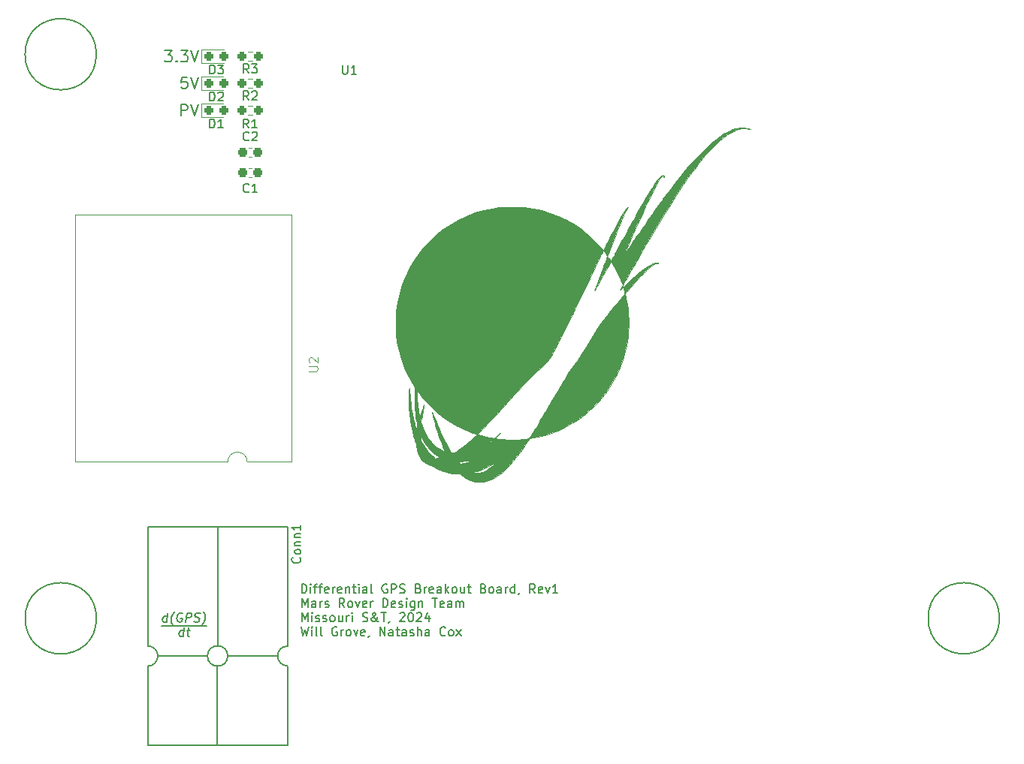
<source format=gto>
G04 #@! TF.GenerationSoftware,KiCad,Pcbnew,7.0.8*
G04 #@! TF.CreationDate,2023-10-30T19:17:05-05:00*
G04 #@! TF.ProjectId,DiffGPS_Hardware,44696666-4750-4535-9f48-617264776172,rev?*
G04 #@! TF.SameCoordinates,Original*
G04 #@! TF.FileFunction,Legend,Top*
G04 #@! TF.FilePolarity,Positive*
%FSLAX46Y46*%
G04 Gerber Fmt 4.6, Leading zero omitted, Abs format (unit mm)*
G04 Created by KiCad (PCBNEW 7.0.8) date 2023-10-30 19:17:05*
%MOMM*%
%LPD*%
G01*
G04 APERTURE LIST*
G04 Aperture macros list*
%AMRoundRect*
0 Rectangle with rounded corners*
0 $1 Rounding radius*
0 $2 $3 $4 $5 $6 $7 $8 $9 X,Y pos of 4 corners*
0 Add a 4 corners polygon primitive as box body*
4,1,4,$2,$3,$4,$5,$6,$7,$8,$9,$2,$3,0*
0 Add four circle primitives for the rounded corners*
1,1,$1+$1,$2,$3*
1,1,$1+$1,$4,$5*
1,1,$1+$1,$6,$7*
1,1,$1+$1,$8,$9*
0 Add four rect primitives between the rounded corners*
20,1,$1+$1,$2,$3,$4,$5,0*
20,1,$1+$1,$4,$5,$6,$7,0*
20,1,$1+$1,$6,$7,$8,$9,0*
20,1,$1+$1,$8,$9,$2,$3,0*%
G04 Aperture macros list end*
%ADD10C,0.150000*%
%ADD11C,0.203200*%
%ADD12C,0.100000*%
%ADD13C,0.010000*%
%ADD14C,0.120000*%
%ADD15C,2.946400*%
%ADD16O,5.100000X3.000000*%
%ADD17RoundRect,0.237500X-0.287500X-0.237500X0.287500X-0.237500X0.287500X0.237500X-0.287500X0.237500X0*%
%ADD18RoundRect,0.237500X-0.250000X-0.237500X0.250000X-0.237500X0.250000X0.237500X-0.250000X0.237500X0*%
%ADD19RoundRect,0.237500X-0.300000X-0.237500X0.300000X-0.237500X0.300000X0.237500X-0.300000X0.237500X0*%
%ADD20C,3.000000*%
%ADD21C,1.700000*%
%ADD22RoundRect,0.237500X0.250000X0.237500X-0.250000X0.237500X-0.250000X-0.237500X0.250000X-0.237500X0*%
%ADD23RoundRect,0.237500X0.300000X0.237500X-0.300000X0.237500X-0.300000X-0.237500X0.300000X-0.237500X0*%
%ADD24C,1.900000*%
%ADD25R,1.600000X1.600000*%
%ADD26O,1.600000X1.600000*%
G04 APERTURE END LIST*
D10*
X61214000Y-111125000D02*
X66294000Y-111125000D01*
X77044779Y-107386819D02*
X77044779Y-106386819D01*
X77044779Y-106386819D02*
X77282874Y-106386819D01*
X77282874Y-106386819D02*
X77425731Y-106434438D01*
X77425731Y-106434438D02*
X77520969Y-106529676D01*
X77520969Y-106529676D02*
X77568588Y-106624914D01*
X77568588Y-106624914D02*
X77616207Y-106815390D01*
X77616207Y-106815390D02*
X77616207Y-106958247D01*
X77616207Y-106958247D02*
X77568588Y-107148723D01*
X77568588Y-107148723D02*
X77520969Y-107243961D01*
X77520969Y-107243961D02*
X77425731Y-107339200D01*
X77425731Y-107339200D02*
X77282874Y-107386819D01*
X77282874Y-107386819D02*
X77044779Y-107386819D01*
X78044779Y-107386819D02*
X78044779Y-106720152D01*
X78044779Y-106386819D02*
X77997160Y-106434438D01*
X77997160Y-106434438D02*
X78044779Y-106482057D01*
X78044779Y-106482057D02*
X78092398Y-106434438D01*
X78092398Y-106434438D02*
X78044779Y-106386819D01*
X78044779Y-106386819D02*
X78044779Y-106482057D01*
X78378112Y-106720152D02*
X78759064Y-106720152D01*
X78520969Y-107386819D02*
X78520969Y-106529676D01*
X78520969Y-106529676D02*
X78568588Y-106434438D01*
X78568588Y-106434438D02*
X78663826Y-106386819D01*
X78663826Y-106386819D02*
X78759064Y-106386819D01*
X78949541Y-106720152D02*
X79330493Y-106720152D01*
X79092398Y-107386819D02*
X79092398Y-106529676D01*
X79092398Y-106529676D02*
X79140017Y-106434438D01*
X79140017Y-106434438D02*
X79235255Y-106386819D01*
X79235255Y-106386819D02*
X79330493Y-106386819D01*
X80044779Y-107339200D02*
X79949541Y-107386819D01*
X79949541Y-107386819D02*
X79759065Y-107386819D01*
X79759065Y-107386819D02*
X79663827Y-107339200D01*
X79663827Y-107339200D02*
X79616208Y-107243961D01*
X79616208Y-107243961D02*
X79616208Y-106863009D01*
X79616208Y-106863009D02*
X79663827Y-106767771D01*
X79663827Y-106767771D02*
X79759065Y-106720152D01*
X79759065Y-106720152D02*
X79949541Y-106720152D01*
X79949541Y-106720152D02*
X80044779Y-106767771D01*
X80044779Y-106767771D02*
X80092398Y-106863009D01*
X80092398Y-106863009D02*
X80092398Y-106958247D01*
X80092398Y-106958247D02*
X79616208Y-107053485D01*
X80520970Y-107386819D02*
X80520970Y-106720152D01*
X80520970Y-106910628D02*
X80568589Y-106815390D01*
X80568589Y-106815390D02*
X80616208Y-106767771D01*
X80616208Y-106767771D02*
X80711446Y-106720152D01*
X80711446Y-106720152D02*
X80806684Y-106720152D01*
X81520970Y-107339200D02*
X81425732Y-107386819D01*
X81425732Y-107386819D02*
X81235256Y-107386819D01*
X81235256Y-107386819D02*
X81140018Y-107339200D01*
X81140018Y-107339200D02*
X81092399Y-107243961D01*
X81092399Y-107243961D02*
X81092399Y-106863009D01*
X81092399Y-106863009D02*
X81140018Y-106767771D01*
X81140018Y-106767771D02*
X81235256Y-106720152D01*
X81235256Y-106720152D02*
X81425732Y-106720152D01*
X81425732Y-106720152D02*
X81520970Y-106767771D01*
X81520970Y-106767771D02*
X81568589Y-106863009D01*
X81568589Y-106863009D02*
X81568589Y-106958247D01*
X81568589Y-106958247D02*
X81092399Y-107053485D01*
X81997161Y-106720152D02*
X81997161Y-107386819D01*
X81997161Y-106815390D02*
X82044780Y-106767771D01*
X82044780Y-106767771D02*
X82140018Y-106720152D01*
X82140018Y-106720152D02*
X82282875Y-106720152D01*
X82282875Y-106720152D02*
X82378113Y-106767771D01*
X82378113Y-106767771D02*
X82425732Y-106863009D01*
X82425732Y-106863009D02*
X82425732Y-107386819D01*
X82759066Y-106720152D02*
X83140018Y-106720152D01*
X82901923Y-106386819D02*
X82901923Y-107243961D01*
X82901923Y-107243961D02*
X82949542Y-107339200D01*
X82949542Y-107339200D02*
X83044780Y-107386819D01*
X83044780Y-107386819D02*
X83140018Y-107386819D01*
X83473352Y-107386819D02*
X83473352Y-106720152D01*
X83473352Y-106386819D02*
X83425733Y-106434438D01*
X83425733Y-106434438D02*
X83473352Y-106482057D01*
X83473352Y-106482057D02*
X83520971Y-106434438D01*
X83520971Y-106434438D02*
X83473352Y-106386819D01*
X83473352Y-106386819D02*
X83473352Y-106482057D01*
X84378113Y-107386819D02*
X84378113Y-106863009D01*
X84378113Y-106863009D02*
X84330494Y-106767771D01*
X84330494Y-106767771D02*
X84235256Y-106720152D01*
X84235256Y-106720152D02*
X84044780Y-106720152D01*
X84044780Y-106720152D02*
X83949542Y-106767771D01*
X84378113Y-107339200D02*
X84282875Y-107386819D01*
X84282875Y-107386819D02*
X84044780Y-107386819D01*
X84044780Y-107386819D02*
X83949542Y-107339200D01*
X83949542Y-107339200D02*
X83901923Y-107243961D01*
X83901923Y-107243961D02*
X83901923Y-107148723D01*
X83901923Y-107148723D02*
X83949542Y-107053485D01*
X83949542Y-107053485D02*
X84044780Y-107005866D01*
X84044780Y-107005866D02*
X84282875Y-107005866D01*
X84282875Y-107005866D02*
X84378113Y-106958247D01*
X84997161Y-107386819D02*
X84901923Y-107339200D01*
X84901923Y-107339200D02*
X84854304Y-107243961D01*
X84854304Y-107243961D02*
X84854304Y-106386819D01*
X86663828Y-106434438D02*
X86568590Y-106386819D01*
X86568590Y-106386819D02*
X86425733Y-106386819D01*
X86425733Y-106386819D02*
X86282876Y-106434438D01*
X86282876Y-106434438D02*
X86187638Y-106529676D01*
X86187638Y-106529676D02*
X86140019Y-106624914D01*
X86140019Y-106624914D02*
X86092400Y-106815390D01*
X86092400Y-106815390D02*
X86092400Y-106958247D01*
X86092400Y-106958247D02*
X86140019Y-107148723D01*
X86140019Y-107148723D02*
X86187638Y-107243961D01*
X86187638Y-107243961D02*
X86282876Y-107339200D01*
X86282876Y-107339200D02*
X86425733Y-107386819D01*
X86425733Y-107386819D02*
X86520971Y-107386819D01*
X86520971Y-107386819D02*
X86663828Y-107339200D01*
X86663828Y-107339200D02*
X86711447Y-107291580D01*
X86711447Y-107291580D02*
X86711447Y-106958247D01*
X86711447Y-106958247D02*
X86520971Y-106958247D01*
X87140019Y-107386819D02*
X87140019Y-106386819D01*
X87140019Y-106386819D02*
X87520971Y-106386819D01*
X87520971Y-106386819D02*
X87616209Y-106434438D01*
X87616209Y-106434438D02*
X87663828Y-106482057D01*
X87663828Y-106482057D02*
X87711447Y-106577295D01*
X87711447Y-106577295D02*
X87711447Y-106720152D01*
X87711447Y-106720152D02*
X87663828Y-106815390D01*
X87663828Y-106815390D02*
X87616209Y-106863009D01*
X87616209Y-106863009D02*
X87520971Y-106910628D01*
X87520971Y-106910628D02*
X87140019Y-106910628D01*
X88092400Y-107339200D02*
X88235257Y-107386819D01*
X88235257Y-107386819D02*
X88473352Y-107386819D01*
X88473352Y-107386819D02*
X88568590Y-107339200D01*
X88568590Y-107339200D02*
X88616209Y-107291580D01*
X88616209Y-107291580D02*
X88663828Y-107196342D01*
X88663828Y-107196342D02*
X88663828Y-107101104D01*
X88663828Y-107101104D02*
X88616209Y-107005866D01*
X88616209Y-107005866D02*
X88568590Y-106958247D01*
X88568590Y-106958247D02*
X88473352Y-106910628D01*
X88473352Y-106910628D02*
X88282876Y-106863009D01*
X88282876Y-106863009D02*
X88187638Y-106815390D01*
X88187638Y-106815390D02*
X88140019Y-106767771D01*
X88140019Y-106767771D02*
X88092400Y-106672533D01*
X88092400Y-106672533D02*
X88092400Y-106577295D01*
X88092400Y-106577295D02*
X88140019Y-106482057D01*
X88140019Y-106482057D02*
X88187638Y-106434438D01*
X88187638Y-106434438D02*
X88282876Y-106386819D01*
X88282876Y-106386819D02*
X88520971Y-106386819D01*
X88520971Y-106386819D02*
X88663828Y-106434438D01*
X90187638Y-106863009D02*
X90330495Y-106910628D01*
X90330495Y-106910628D02*
X90378114Y-106958247D01*
X90378114Y-106958247D02*
X90425733Y-107053485D01*
X90425733Y-107053485D02*
X90425733Y-107196342D01*
X90425733Y-107196342D02*
X90378114Y-107291580D01*
X90378114Y-107291580D02*
X90330495Y-107339200D01*
X90330495Y-107339200D02*
X90235257Y-107386819D01*
X90235257Y-107386819D02*
X89854305Y-107386819D01*
X89854305Y-107386819D02*
X89854305Y-106386819D01*
X89854305Y-106386819D02*
X90187638Y-106386819D01*
X90187638Y-106386819D02*
X90282876Y-106434438D01*
X90282876Y-106434438D02*
X90330495Y-106482057D01*
X90330495Y-106482057D02*
X90378114Y-106577295D01*
X90378114Y-106577295D02*
X90378114Y-106672533D01*
X90378114Y-106672533D02*
X90330495Y-106767771D01*
X90330495Y-106767771D02*
X90282876Y-106815390D01*
X90282876Y-106815390D02*
X90187638Y-106863009D01*
X90187638Y-106863009D02*
X89854305Y-106863009D01*
X90854305Y-107386819D02*
X90854305Y-106720152D01*
X90854305Y-106910628D02*
X90901924Y-106815390D01*
X90901924Y-106815390D02*
X90949543Y-106767771D01*
X90949543Y-106767771D02*
X91044781Y-106720152D01*
X91044781Y-106720152D02*
X91140019Y-106720152D01*
X91854305Y-107339200D02*
X91759067Y-107386819D01*
X91759067Y-107386819D02*
X91568591Y-107386819D01*
X91568591Y-107386819D02*
X91473353Y-107339200D01*
X91473353Y-107339200D02*
X91425734Y-107243961D01*
X91425734Y-107243961D02*
X91425734Y-106863009D01*
X91425734Y-106863009D02*
X91473353Y-106767771D01*
X91473353Y-106767771D02*
X91568591Y-106720152D01*
X91568591Y-106720152D02*
X91759067Y-106720152D01*
X91759067Y-106720152D02*
X91854305Y-106767771D01*
X91854305Y-106767771D02*
X91901924Y-106863009D01*
X91901924Y-106863009D02*
X91901924Y-106958247D01*
X91901924Y-106958247D02*
X91425734Y-107053485D01*
X92759067Y-107386819D02*
X92759067Y-106863009D01*
X92759067Y-106863009D02*
X92711448Y-106767771D01*
X92711448Y-106767771D02*
X92616210Y-106720152D01*
X92616210Y-106720152D02*
X92425734Y-106720152D01*
X92425734Y-106720152D02*
X92330496Y-106767771D01*
X92759067Y-107339200D02*
X92663829Y-107386819D01*
X92663829Y-107386819D02*
X92425734Y-107386819D01*
X92425734Y-107386819D02*
X92330496Y-107339200D01*
X92330496Y-107339200D02*
X92282877Y-107243961D01*
X92282877Y-107243961D02*
X92282877Y-107148723D01*
X92282877Y-107148723D02*
X92330496Y-107053485D01*
X92330496Y-107053485D02*
X92425734Y-107005866D01*
X92425734Y-107005866D02*
X92663829Y-107005866D01*
X92663829Y-107005866D02*
X92759067Y-106958247D01*
X93235258Y-107386819D02*
X93235258Y-106386819D01*
X93330496Y-107005866D02*
X93616210Y-107386819D01*
X93616210Y-106720152D02*
X93235258Y-107101104D01*
X94187639Y-107386819D02*
X94092401Y-107339200D01*
X94092401Y-107339200D02*
X94044782Y-107291580D01*
X94044782Y-107291580D02*
X93997163Y-107196342D01*
X93997163Y-107196342D02*
X93997163Y-106910628D01*
X93997163Y-106910628D02*
X94044782Y-106815390D01*
X94044782Y-106815390D02*
X94092401Y-106767771D01*
X94092401Y-106767771D02*
X94187639Y-106720152D01*
X94187639Y-106720152D02*
X94330496Y-106720152D01*
X94330496Y-106720152D02*
X94425734Y-106767771D01*
X94425734Y-106767771D02*
X94473353Y-106815390D01*
X94473353Y-106815390D02*
X94520972Y-106910628D01*
X94520972Y-106910628D02*
X94520972Y-107196342D01*
X94520972Y-107196342D02*
X94473353Y-107291580D01*
X94473353Y-107291580D02*
X94425734Y-107339200D01*
X94425734Y-107339200D02*
X94330496Y-107386819D01*
X94330496Y-107386819D02*
X94187639Y-107386819D01*
X95378115Y-106720152D02*
X95378115Y-107386819D01*
X94949544Y-106720152D02*
X94949544Y-107243961D01*
X94949544Y-107243961D02*
X94997163Y-107339200D01*
X94997163Y-107339200D02*
X95092401Y-107386819D01*
X95092401Y-107386819D02*
X95235258Y-107386819D01*
X95235258Y-107386819D02*
X95330496Y-107339200D01*
X95330496Y-107339200D02*
X95378115Y-107291580D01*
X95711449Y-106720152D02*
X96092401Y-106720152D01*
X95854306Y-106386819D02*
X95854306Y-107243961D01*
X95854306Y-107243961D02*
X95901925Y-107339200D01*
X95901925Y-107339200D02*
X95997163Y-107386819D01*
X95997163Y-107386819D02*
X96092401Y-107386819D01*
X97520973Y-106863009D02*
X97663830Y-106910628D01*
X97663830Y-106910628D02*
X97711449Y-106958247D01*
X97711449Y-106958247D02*
X97759068Y-107053485D01*
X97759068Y-107053485D02*
X97759068Y-107196342D01*
X97759068Y-107196342D02*
X97711449Y-107291580D01*
X97711449Y-107291580D02*
X97663830Y-107339200D01*
X97663830Y-107339200D02*
X97568592Y-107386819D01*
X97568592Y-107386819D02*
X97187640Y-107386819D01*
X97187640Y-107386819D02*
X97187640Y-106386819D01*
X97187640Y-106386819D02*
X97520973Y-106386819D01*
X97520973Y-106386819D02*
X97616211Y-106434438D01*
X97616211Y-106434438D02*
X97663830Y-106482057D01*
X97663830Y-106482057D02*
X97711449Y-106577295D01*
X97711449Y-106577295D02*
X97711449Y-106672533D01*
X97711449Y-106672533D02*
X97663830Y-106767771D01*
X97663830Y-106767771D02*
X97616211Y-106815390D01*
X97616211Y-106815390D02*
X97520973Y-106863009D01*
X97520973Y-106863009D02*
X97187640Y-106863009D01*
X98330497Y-107386819D02*
X98235259Y-107339200D01*
X98235259Y-107339200D02*
X98187640Y-107291580D01*
X98187640Y-107291580D02*
X98140021Y-107196342D01*
X98140021Y-107196342D02*
X98140021Y-106910628D01*
X98140021Y-106910628D02*
X98187640Y-106815390D01*
X98187640Y-106815390D02*
X98235259Y-106767771D01*
X98235259Y-106767771D02*
X98330497Y-106720152D01*
X98330497Y-106720152D02*
X98473354Y-106720152D01*
X98473354Y-106720152D02*
X98568592Y-106767771D01*
X98568592Y-106767771D02*
X98616211Y-106815390D01*
X98616211Y-106815390D02*
X98663830Y-106910628D01*
X98663830Y-106910628D02*
X98663830Y-107196342D01*
X98663830Y-107196342D02*
X98616211Y-107291580D01*
X98616211Y-107291580D02*
X98568592Y-107339200D01*
X98568592Y-107339200D02*
X98473354Y-107386819D01*
X98473354Y-107386819D02*
X98330497Y-107386819D01*
X99520973Y-107386819D02*
X99520973Y-106863009D01*
X99520973Y-106863009D02*
X99473354Y-106767771D01*
X99473354Y-106767771D02*
X99378116Y-106720152D01*
X99378116Y-106720152D02*
X99187640Y-106720152D01*
X99187640Y-106720152D02*
X99092402Y-106767771D01*
X99520973Y-107339200D02*
X99425735Y-107386819D01*
X99425735Y-107386819D02*
X99187640Y-107386819D01*
X99187640Y-107386819D02*
X99092402Y-107339200D01*
X99092402Y-107339200D02*
X99044783Y-107243961D01*
X99044783Y-107243961D02*
X99044783Y-107148723D01*
X99044783Y-107148723D02*
X99092402Y-107053485D01*
X99092402Y-107053485D02*
X99187640Y-107005866D01*
X99187640Y-107005866D02*
X99425735Y-107005866D01*
X99425735Y-107005866D02*
X99520973Y-106958247D01*
X99997164Y-107386819D02*
X99997164Y-106720152D01*
X99997164Y-106910628D02*
X100044783Y-106815390D01*
X100044783Y-106815390D02*
X100092402Y-106767771D01*
X100092402Y-106767771D02*
X100187640Y-106720152D01*
X100187640Y-106720152D02*
X100282878Y-106720152D01*
X101044783Y-107386819D02*
X101044783Y-106386819D01*
X101044783Y-107339200D02*
X100949545Y-107386819D01*
X100949545Y-107386819D02*
X100759069Y-107386819D01*
X100759069Y-107386819D02*
X100663831Y-107339200D01*
X100663831Y-107339200D02*
X100616212Y-107291580D01*
X100616212Y-107291580D02*
X100568593Y-107196342D01*
X100568593Y-107196342D02*
X100568593Y-106910628D01*
X100568593Y-106910628D02*
X100616212Y-106815390D01*
X100616212Y-106815390D02*
X100663831Y-106767771D01*
X100663831Y-106767771D02*
X100759069Y-106720152D01*
X100759069Y-106720152D02*
X100949545Y-106720152D01*
X100949545Y-106720152D02*
X101044783Y-106767771D01*
X101568593Y-107339200D02*
X101568593Y-107386819D01*
X101568593Y-107386819D02*
X101520974Y-107482057D01*
X101520974Y-107482057D02*
X101473355Y-107529676D01*
X103330497Y-107386819D02*
X102997164Y-106910628D01*
X102759069Y-107386819D02*
X102759069Y-106386819D01*
X102759069Y-106386819D02*
X103140021Y-106386819D01*
X103140021Y-106386819D02*
X103235259Y-106434438D01*
X103235259Y-106434438D02*
X103282878Y-106482057D01*
X103282878Y-106482057D02*
X103330497Y-106577295D01*
X103330497Y-106577295D02*
X103330497Y-106720152D01*
X103330497Y-106720152D02*
X103282878Y-106815390D01*
X103282878Y-106815390D02*
X103235259Y-106863009D01*
X103235259Y-106863009D02*
X103140021Y-106910628D01*
X103140021Y-106910628D02*
X102759069Y-106910628D01*
X104140021Y-107339200D02*
X104044783Y-107386819D01*
X104044783Y-107386819D02*
X103854307Y-107386819D01*
X103854307Y-107386819D02*
X103759069Y-107339200D01*
X103759069Y-107339200D02*
X103711450Y-107243961D01*
X103711450Y-107243961D02*
X103711450Y-106863009D01*
X103711450Y-106863009D02*
X103759069Y-106767771D01*
X103759069Y-106767771D02*
X103854307Y-106720152D01*
X103854307Y-106720152D02*
X104044783Y-106720152D01*
X104044783Y-106720152D02*
X104140021Y-106767771D01*
X104140021Y-106767771D02*
X104187640Y-106863009D01*
X104187640Y-106863009D02*
X104187640Y-106958247D01*
X104187640Y-106958247D02*
X103711450Y-107053485D01*
X104520974Y-106720152D02*
X104759069Y-107386819D01*
X104759069Y-107386819D02*
X104997164Y-106720152D01*
X105901926Y-107386819D02*
X105330498Y-107386819D01*
X105616212Y-107386819D02*
X105616212Y-106386819D01*
X105616212Y-106386819D02*
X105520974Y-106529676D01*
X105520974Y-106529676D02*
X105425736Y-106624914D01*
X105425736Y-106624914D02*
X105330498Y-106672533D01*
X77044779Y-108996819D02*
X77044779Y-107996819D01*
X77044779Y-107996819D02*
X77378112Y-108711104D01*
X77378112Y-108711104D02*
X77711445Y-107996819D01*
X77711445Y-107996819D02*
X77711445Y-108996819D01*
X78616207Y-108996819D02*
X78616207Y-108473009D01*
X78616207Y-108473009D02*
X78568588Y-108377771D01*
X78568588Y-108377771D02*
X78473350Y-108330152D01*
X78473350Y-108330152D02*
X78282874Y-108330152D01*
X78282874Y-108330152D02*
X78187636Y-108377771D01*
X78616207Y-108949200D02*
X78520969Y-108996819D01*
X78520969Y-108996819D02*
X78282874Y-108996819D01*
X78282874Y-108996819D02*
X78187636Y-108949200D01*
X78187636Y-108949200D02*
X78140017Y-108853961D01*
X78140017Y-108853961D02*
X78140017Y-108758723D01*
X78140017Y-108758723D02*
X78187636Y-108663485D01*
X78187636Y-108663485D02*
X78282874Y-108615866D01*
X78282874Y-108615866D02*
X78520969Y-108615866D01*
X78520969Y-108615866D02*
X78616207Y-108568247D01*
X79092398Y-108996819D02*
X79092398Y-108330152D01*
X79092398Y-108520628D02*
X79140017Y-108425390D01*
X79140017Y-108425390D02*
X79187636Y-108377771D01*
X79187636Y-108377771D02*
X79282874Y-108330152D01*
X79282874Y-108330152D02*
X79378112Y-108330152D01*
X79663827Y-108949200D02*
X79759065Y-108996819D01*
X79759065Y-108996819D02*
X79949541Y-108996819D01*
X79949541Y-108996819D02*
X80044779Y-108949200D01*
X80044779Y-108949200D02*
X80092398Y-108853961D01*
X80092398Y-108853961D02*
X80092398Y-108806342D01*
X80092398Y-108806342D02*
X80044779Y-108711104D01*
X80044779Y-108711104D02*
X79949541Y-108663485D01*
X79949541Y-108663485D02*
X79806684Y-108663485D01*
X79806684Y-108663485D02*
X79711446Y-108615866D01*
X79711446Y-108615866D02*
X79663827Y-108520628D01*
X79663827Y-108520628D02*
X79663827Y-108473009D01*
X79663827Y-108473009D02*
X79711446Y-108377771D01*
X79711446Y-108377771D02*
X79806684Y-108330152D01*
X79806684Y-108330152D02*
X79949541Y-108330152D01*
X79949541Y-108330152D02*
X80044779Y-108377771D01*
X81854303Y-108996819D02*
X81520970Y-108520628D01*
X81282875Y-108996819D02*
X81282875Y-107996819D01*
X81282875Y-107996819D02*
X81663827Y-107996819D01*
X81663827Y-107996819D02*
X81759065Y-108044438D01*
X81759065Y-108044438D02*
X81806684Y-108092057D01*
X81806684Y-108092057D02*
X81854303Y-108187295D01*
X81854303Y-108187295D02*
X81854303Y-108330152D01*
X81854303Y-108330152D02*
X81806684Y-108425390D01*
X81806684Y-108425390D02*
X81759065Y-108473009D01*
X81759065Y-108473009D02*
X81663827Y-108520628D01*
X81663827Y-108520628D02*
X81282875Y-108520628D01*
X82425732Y-108996819D02*
X82330494Y-108949200D01*
X82330494Y-108949200D02*
X82282875Y-108901580D01*
X82282875Y-108901580D02*
X82235256Y-108806342D01*
X82235256Y-108806342D02*
X82235256Y-108520628D01*
X82235256Y-108520628D02*
X82282875Y-108425390D01*
X82282875Y-108425390D02*
X82330494Y-108377771D01*
X82330494Y-108377771D02*
X82425732Y-108330152D01*
X82425732Y-108330152D02*
X82568589Y-108330152D01*
X82568589Y-108330152D02*
X82663827Y-108377771D01*
X82663827Y-108377771D02*
X82711446Y-108425390D01*
X82711446Y-108425390D02*
X82759065Y-108520628D01*
X82759065Y-108520628D02*
X82759065Y-108806342D01*
X82759065Y-108806342D02*
X82711446Y-108901580D01*
X82711446Y-108901580D02*
X82663827Y-108949200D01*
X82663827Y-108949200D02*
X82568589Y-108996819D01*
X82568589Y-108996819D02*
X82425732Y-108996819D01*
X83092399Y-108330152D02*
X83330494Y-108996819D01*
X83330494Y-108996819D02*
X83568589Y-108330152D01*
X84330494Y-108949200D02*
X84235256Y-108996819D01*
X84235256Y-108996819D02*
X84044780Y-108996819D01*
X84044780Y-108996819D02*
X83949542Y-108949200D01*
X83949542Y-108949200D02*
X83901923Y-108853961D01*
X83901923Y-108853961D02*
X83901923Y-108473009D01*
X83901923Y-108473009D02*
X83949542Y-108377771D01*
X83949542Y-108377771D02*
X84044780Y-108330152D01*
X84044780Y-108330152D02*
X84235256Y-108330152D01*
X84235256Y-108330152D02*
X84330494Y-108377771D01*
X84330494Y-108377771D02*
X84378113Y-108473009D01*
X84378113Y-108473009D02*
X84378113Y-108568247D01*
X84378113Y-108568247D02*
X83901923Y-108663485D01*
X84806685Y-108996819D02*
X84806685Y-108330152D01*
X84806685Y-108520628D02*
X84854304Y-108425390D01*
X84854304Y-108425390D02*
X84901923Y-108377771D01*
X84901923Y-108377771D02*
X84997161Y-108330152D01*
X84997161Y-108330152D02*
X85092399Y-108330152D01*
X86187638Y-108996819D02*
X86187638Y-107996819D01*
X86187638Y-107996819D02*
X86425733Y-107996819D01*
X86425733Y-107996819D02*
X86568590Y-108044438D01*
X86568590Y-108044438D02*
X86663828Y-108139676D01*
X86663828Y-108139676D02*
X86711447Y-108234914D01*
X86711447Y-108234914D02*
X86759066Y-108425390D01*
X86759066Y-108425390D02*
X86759066Y-108568247D01*
X86759066Y-108568247D02*
X86711447Y-108758723D01*
X86711447Y-108758723D02*
X86663828Y-108853961D01*
X86663828Y-108853961D02*
X86568590Y-108949200D01*
X86568590Y-108949200D02*
X86425733Y-108996819D01*
X86425733Y-108996819D02*
X86187638Y-108996819D01*
X87568590Y-108949200D02*
X87473352Y-108996819D01*
X87473352Y-108996819D02*
X87282876Y-108996819D01*
X87282876Y-108996819D02*
X87187638Y-108949200D01*
X87187638Y-108949200D02*
X87140019Y-108853961D01*
X87140019Y-108853961D02*
X87140019Y-108473009D01*
X87140019Y-108473009D02*
X87187638Y-108377771D01*
X87187638Y-108377771D02*
X87282876Y-108330152D01*
X87282876Y-108330152D02*
X87473352Y-108330152D01*
X87473352Y-108330152D02*
X87568590Y-108377771D01*
X87568590Y-108377771D02*
X87616209Y-108473009D01*
X87616209Y-108473009D02*
X87616209Y-108568247D01*
X87616209Y-108568247D02*
X87140019Y-108663485D01*
X87997162Y-108949200D02*
X88092400Y-108996819D01*
X88092400Y-108996819D02*
X88282876Y-108996819D01*
X88282876Y-108996819D02*
X88378114Y-108949200D01*
X88378114Y-108949200D02*
X88425733Y-108853961D01*
X88425733Y-108853961D02*
X88425733Y-108806342D01*
X88425733Y-108806342D02*
X88378114Y-108711104D01*
X88378114Y-108711104D02*
X88282876Y-108663485D01*
X88282876Y-108663485D02*
X88140019Y-108663485D01*
X88140019Y-108663485D02*
X88044781Y-108615866D01*
X88044781Y-108615866D02*
X87997162Y-108520628D01*
X87997162Y-108520628D02*
X87997162Y-108473009D01*
X87997162Y-108473009D02*
X88044781Y-108377771D01*
X88044781Y-108377771D02*
X88140019Y-108330152D01*
X88140019Y-108330152D02*
X88282876Y-108330152D01*
X88282876Y-108330152D02*
X88378114Y-108377771D01*
X88854305Y-108996819D02*
X88854305Y-108330152D01*
X88854305Y-107996819D02*
X88806686Y-108044438D01*
X88806686Y-108044438D02*
X88854305Y-108092057D01*
X88854305Y-108092057D02*
X88901924Y-108044438D01*
X88901924Y-108044438D02*
X88854305Y-107996819D01*
X88854305Y-107996819D02*
X88854305Y-108092057D01*
X89759066Y-108330152D02*
X89759066Y-109139676D01*
X89759066Y-109139676D02*
X89711447Y-109234914D01*
X89711447Y-109234914D02*
X89663828Y-109282533D01*
X89663828Y-109282533D02*
X89568590Y-109330152D01*
X89568590Y-109330152D02*
X89425733Y-109330152D01*
X89425733Y-109330152D02*
X89330495Y-109282533D01*
X89759066Y-108949200D02*
X89663828Y-108996819D01*
X89663828Y-108996819D02*
X89473352Y-108996819D01*
X89473352Y-108996819D02*
X89378114Y-108949200D01*
X89378114Y-108949200D02*
X89330495Y-108901580D01*
X89330495Y-108901580D02*
X89282876Y-108806342D01*
X89282876Y-108806342D02*
X89282876Y-108520628D01*
X89282876Y-108520628D02*
X89330495Y-108425390D01*
X89330495Y-108425390D02*
X89378114Y-108377771D01*
X89378114Y-108377771D02*
X89473352Y-108330152D01*
X89473352Y-108330152D02*
X89663828Y-108330152D01*
X89663828Y-108330152D02*
X89759066Y-108377771D01*
X90235257Y-108330152D02*
X90235257Y-108996819D01*
X90235257Y-108425390D02*
X90282876Y-108377771D01*
X90282876Y-108377771D02*
X90378114Y-108330152D01*
X90378114Y-108330152D02*
X90520971Y-108330152D01*
X90520971Y-108330152D02*
X90616209Y-108377771D01*
X90616209Y-108377771D02*
X90663828Y-108473009D01*
X90663828Y-108473009D02*
X90663828Y-108996819D01*
X91759067Y-107996819D02*
X92330495Y-107996819D01*
X92044781Y-108996819D02*
X92044781Y-107996819D01*
X93044781Y-108949200D02*
X92949543Y-108996819D01*
X92949543Y-108996819D02*
X92759067Y-108996819D01*
X92759067Y-108996819D02*
X92663829Y-108949200D01*
X92663829Y-108949200D02*
X92616210Y-108853961D01*
X92616210Y-108853961D02*
X92616210Y-108473009D01*
X92616210Y-108473009D02*
X92663829Y-108377771D01*
X92663829Y-108377771D02*
X92759067Y-108330152D01*
X92759067Y-108330152D02*
X92949543Y-108330152D01*
X92949543Y-108330152D02*
X93044781Y-108377771D01*
X93044781Y-108377771D02*
X93092400Y-108473009D01*
X93092400Y-108473009D02*
X93092400Y-108568247D01*
X93092400Y-108568247D02*
X92616210Y-108663485D01*
X93949543Y-108996819D02*
X93949543Y-108473009D01*
X93949543Y-108473009D02*
X93901924Y-108377771D01*
X93901924Y-108377771D02*
X93806686Y-108330152D01*
X93806686Y-108330152D02*
X93616210Y-108330152D01*
X93616210Y-108330152D02*
X93520972Y-108377771D01*
X93949543Y-108949200D02*
X93854305Y-108996819D01*
X93854305Y-108996819D02*
X93616210Y-108996819D01*
X93616210Y-108996819D02*
X93520972Y-108949200D01*
X93520972Y-108949200D02*
X93473353Y-108853961D01*
X93473353Y-108853961D02*
X93473353Y-108758723D01*
X93473353Y-108758723D02*
X93520972Y-108663485D01*
X93520972Y-108663485D02*
X93616210Y-108615866D01*
X93616210Y-108615866D02*
X93854305Y-108615866D01*
X93854305Y-108615866D02*
X93949543Y-108568247D01*
X94425734Y-108996819D02*
X94425734Y-108330152D01*
X94425734Y-108425390D02*
X94473353Y-108377771D01*
X94473353Y-108377771D02*
X94568591Y-108330152D01*
X94568591Y-108330152D02*
X94711448Y-108330152D01*
X94711448Y-108330152D02*
X94806686Y-108377771D01*
X94806686Y-108377771D02*
X94854305Y-108473009D01*
X94854305Y-108473009D02*
X94854305Y-108996819D01*
X94854305Y-108473009D02*
X94901924Y-108377771D01*
X94901924Y-108377771D02*
X94997162Y-108330152D01*
X94997162Y-108330152D02*
X95140019Y-108330152D01*
X95140019Y-108330152D02*
X95235258Y-108377771D01*
X95235258Y-108377771D02*
X95282877Y-108473009D01*
X95282877Y-108473009D02*
X95282877Y-108996819D01*
X77044779Y-110606819D02*
X77044779Y-109606819D01*
X77044779Y-109606819D02*
X77378112Y-110321104D01*
X77378112Y-110321104D02*
X77711445Y-109606819D01*
X77711445Y-109606819D02*
X77711445Y-110606819D01*
X78187636Y-110606819D02*
X78187636Y-109940152D01*
X78187636Y-109606819D02*
X78140017Y-109654438D01*
X78140017Y-109654438D02*
X78187636Y-109702057D01*
X78187636Y-109702057D02*
X78235255Y-109654438D01*
X78235255Y-109654438D02*
X78187636Y-109606819D01*
X78187636Y-109606819D02*
X78187636Y-109702057D01*
X78616207Y-110559200D02*
X78711445Y-110606819D01*
X78711445Y-110606819D02*
X78901921Y-110606819D01*
X78901921Y-110606819D02*
X78997159Y-110559200D01*
X78997159Y-110559200D02*
X79044778Y-110463961D01*
X79044778Y-110463961D02*
X79044778Y-110416342D01*
X79044778Y-110416342D02*
X78997159Y-110321104D01*
X78997159Y-110321104D02*
X78901921Y-110273485D01*
X78901921Y-110273485D02*
X78759064Y-110273485D01*
X78759064Y-110273485D02*
X78663826Y-110225866D01*
X78663826Y-110225866D02*
X78616207Y-110130628D01*
X78616207Y-110130628D02*
X78616207Y-110083009D01*
X78616207Y-110083009D02*
X78663826Y-109987771D01*
X78663826Y-109987771D02*
X78759064Y-109940152D01*
X78759064Y-109940152D02*
X78901921Y-109940152D01*
X78901921Y-109940152D02*
X78997159Y-109987771D01*
X79425731Y-110559200D02*
X79520969Y-110606819D01*
X79520969Y-110606819D02*
X79711445Y-110606819D01*
X79711445Y-110606819D02*
X79806683Y-110559200D01*
X79806683Y-110559200D02*
X79854302Y-110463961D01*
X79854302Y-110463961D02*
X79854302Y-110416342D01*
X79854302Y-110416342D02*
X79806683Y-110321104D01*
X79806683Y-110321104D02*
X79711445Y-110273485D01*
X79711445Y-110273485D02*
X79568588Y-110273485D01*
X79568588Y-110273485D02*
X79473350Y-110225866D01*
X79473350Y-110225866D02*
X79425731Y-110130628D01*
X79425731Y-110130628D02*
X79425731Y-110083009D01*
X79425731Y-110083009D02*
X79473350Y-109987771D01*
X79473350Y-109987771D02*
X79568588Y-109940152D01*
X79568588Y-109940152D02*
X79711445Y-109940152D01*
X79711445Y-109940152D02*
X79806683Y-109987771D01*
X80425731Y-110606819D02*
X80330493Y-110559200D01*
X80330493Y-110559200D02*
X80282874Y-110511580D01*
X80282874Y-110511580D02*
X80235255Y-110416342D01*
X80235255Y-110416342D02*
X80235255Y-110130628D01*
X80235255Y-110130628D02*
X80282874Y-110035390D01*
X80282874Y-110035390D02*
X80330493Y-109987771D01*
X80330493Y-109987771D02*
X80425731Y-109940152D01*
X80425731Y-109940152D02*
X80568588Y-109940152D01*
X80568588Y-109940152D02*
X80663826Y-109987771D01*
X80663826Y-109987771D02*
X80711445Y-110035390D01*
X80711445Y-110035390D02*
X80759064Y-110130628D01*
X80759064Y-110130628D02*
X80759064Y-110416342D01*
X80759064Y-110416342D02*
X80711445Y-110511580D01*
X80711445Y-110511580D02*
X80663826Y-110559200D01*
X80663826Y-110559200D02*
X80568588Y-110606819D01*
X80568588Y-110606819D02*
X80425731Y-110606819D01*
X81616207Y-109940152D02*
X81616207Y-110606819D01*
X81187636Y-109940152D02*
X81187636Y-110463961D01*
X81187636Y-110463961D02*
X81235255Y-110559200D01*
X81235255Y-110559200D02*
X81330493Y-110606819D01*
X81330493Y-110606819D02*
X81473350Y-110606819D01*
X81473350Y-110606819D02*
X81568588Y-110559200D01*
X81568588Y-110559200D02*
X81616207Y-110511580D01*
X82092398Y-110606819D02*
X82092398Y-109940152D01*
X82092398Y-110130628D02*
X82140017Y-110035390D01*
X82140017Y-110035390D02*
X82187636Y-109987771D01*
X82187636Y-109987771D02*
X82282874Y-109940152D01*
X82282874Y-109940152D02*
X82378112Y-109940152D01*
X82711446Y-110606819D02*
X82711446Y-109940152D01*
X82711446Y-109606819D02*
X82663827Y-109654438D01*
X82663827Y-109654438D02*
X82711446Y-109702057D01*
X82711446Y-109702057D02*
X82759065Y-109654438D01*
X82759065Y-109654438D02*
X82711446Y-109606819D01*
X82711446Y-109606819D02*
X82711446Y-109702057D01*
X83901922Y-110559200D02*
X84044779Y-110606819D01*
X84044779Y-110606819D02*
X84282874Y-110606819D01*
X84282874Y-110606819D02*
X84378112Y-110559200D01*
X84378112Y-110559200D02*
X84425731Y-110511580D01*
X84425731Y-110511580D02*
X84473350Y-110416342D01*
X84473350Y-110416342D02*
X84473350Y-110321104D01*
X84473350Y-110321104D02*
X84425731Y-110225866D01*
X84425731Y-110225866D02*
X84378112Y-110178247D01*
X84378112Y-110178247D02*
X84282874Y-110130628D01*
X84282874Y-110130628D02*
X84092398Y-110083009D01*
X84092398Y-110083009D02*
X83997160Y-110035390D01*
X83997160Y-110035390D02*
X83949541Y-109987771D01*
X83949541Y-109987771D02*
X83901922Y-109892533D01*
X83901922Y-109892533D02*
X83901922Y-109797295D01*
X83901922Y-109797295D02*
X83949541Y-109702057D01*
X83949541Y-109702057D02*
X83997160Y-109654438D01*
X83997160Y-109654438D02*
X84092398Y-109606819D01*
X84092398Y-109606819D02*
X84330493Y-109606819D01*
X84330493Y-109606819D02*
X84473350Y-109654438D01*
X85711446Y-110606819D02*
X85663827Y-110606819D01*
X85663827Y-110606819D02*
X85568588Y-110559200D01*
X85568588Y-110559200D02*
X85425731Y-110416342D01*
X85425731Y-110416342D02*
X85187636Y-110130628D01*
X85187636Y-110130628D02*
X85092398Y-109987771D01*
X85092398Y-109987771D02*
X85044779Y-109844914D01*
X85044779Y-109844914D02*
X85044779Y-109749676D01*
X85044779Y-109749676D02*
X85092398Y-109654438D01*
X85092398Y-109654438D02*
X85187636Y-109606819D01*
X85187636Y-109606819D02*
X85235255Y-109606819D01*
X85235255Y-109606819D02*
X85330493Y-109654438D01*
X85330493Y-109654438D02*
X85378112Y-109749676D01*
X85378112Y-109749676D02*
X85378112Y-109797295D01*
X85378112Y-109797295D02*
X85330493Y-109892533D01*
X85330493Y-109892533D02*
X85282874Y-109940152D01*
X85282874Y-109940152D02*
X84997160Y-110130628D01*
X84997160Y-110130628D02*
X84949541Y-110178247D01*
X84949541Y-110178247D02*
X84901922Y-110273485D01*
X84901922Y-110273485D02*
X84901922Y-110416342D01*
X84901922Y-110416342D02*
X84949541Y-110511580D01*
X84949541Y-110511580D02*
X84997160Y-110559200D01*
X84997160Y-110559200D02*
X85092398Y-110606819D01*
X85092398Y-110606819D02*
X85235255Y-110606819D01*
X85235255Y-110606819D02*
X85330493Y-110559200D01*
X85330493Y-110559200D02*
X85378112Y-110511580D01*
X85378112Y-110511580D02*
X85520969Y-110321104D01*
X85520969Y-110321104D02*
X85568588Y-110178247D01*
X85568588Y-110178247D02*
X85568588Y-110083009D01*
X85997160Y-109606819D02*
X86568588Y-109606819D01*
X86282874Y-110606819D02*
X86282874Y-109606819D01*
X86949541Y-110559200D02*
X86949541Y-110606819D01*
X86949541Y-110606819D02*
X86901922Y-110702057D01*
X86901922Y-110702057D02*
X86854303Y-110749676D01*
X88092398Y-109702057D02*
X88140017Y-109654438D01*
X88140017Y-109654438D02*
X88235255Y-109606819D01*
X88235255Y-109606819D02*
X88473350Y-109606819D01*
X88473350Y-109606819D02*
X88568588Y-109654438D01*
X88568588Y-109654438D02*
X88616207Y-109702057D01*
X88616207Y-109702057D02*
X88663826Y-109797295D01*
X88663826Y-109797295D02*
X88663826Y-109892533D01*
X88663826Y-109892533D02*
X88616207Y-110035390D01*
X88616207Y-110035390D02*
X88044779Y-110606819D01*
X88044779Y-110606819D02*
X88663826Y-110606819D01*
X89282874Y-109606819D02*
X89378112Y-109606819D01*
X89378112Y-109606819D02*
X89473350Y-109654438D01*
X89473350Y-109654438D02*
X89520969Y-109702057D01*
X89520969Y-109702057D02*
X89568588Y-109797295D01*
X89568588Y-109797295D02*
X89616207Y-109987771D01*
X89616207Y-109987771D02*
X89616207Y-110225866D01*
X89616207Y-110225866D02*
X89568588Y-110416342D01*
X89568588Y-110416342D02*
X89520969Y-110511580D01*
X89520969Y-110511580D02*
X89473350Y-110559200D01*
X89473350Y-110559200D02*
X89378112Y-110606819D01*
X89378112Y-110606819D02*
X89282874Y-110606819D01*
X89282874Y-110606819D02*
X89187636Y-110559200D01*
X89187636Y-110559200D02*
X89140017Y-110511580D01*
X89140017Y-110511580D02*
X89092398Y-110416342D01*
X89092398Y-110416342D02*
X89044779Y-110225866D01*
X89044779Y-110225866D02*
X89044779Y-109987771D01*
X89044779Y-109987771D02*
X89092398Y-109797295D01*
X89092398Y-109797295D02*
X89140017Y-109702057D01*
X89140017Y-109702057D02*
X89187636Y-109654438D01*
X89187636Y-109654438D02*
X89282874Y-109606819D01*
X89997160Y-109702057D02*
X90044779Y-109654438D01*
X90044779Y-109654438D02*
X90140017Y-109606819D01*
X90140017Y-109606819D02*
X90378112Y-109606819D01*
X90378112Y-109606819D02*
X90473350Y-109654438D01*
X90473350Y-109654438D02*
X90520969Y-109702057D01*
X90520969Y-109702057D02*
X90568588Y-109797295D01*
X90568588Y-109797295D02*
X90568588Y-109892533D01*
X90568588Y-109892533D02*
X90520969Y-110035390D01*
X90520969Y-110035390D02*
X89949541Y-110606819D01*
X89949541Y-110606819D02*
X90568588Y-110606819D01*
X91425731Y-109940152D02*
X91425731Y-110606819D01*
X91187636Y-109559200D02*
X90949541Y-110273485D01*
X90949541Y-110273485D02*
X91568588Y-110273485D01*
X76949541Y-111216819D02*
X77187636Y-112216819D01*
X77187636Y-112216819D02*
X77378112Y-111502533D01*
X77378112Y-111502533D02*
X77568588Y-112216819D01*
X77568588Y-112216819D02*
X77806684Y-111216819D01*
X78187636Y-112216819D02*
X78187636Y-111550152D01*
X78187636Y-111216819D02*
X78140017Y-111264438D01*
X78140017Y-111264438D02*
X78187636Y-111312057D01*
X78187636Y-111312057D02*
X78235255Y-111264438D01*
X78235255Y-111264438D02*
X78187636Y-111216819D01*
X78187636Y-111216819D02*
X78187636Y-111312057D01*
X78806683Y-112216819D02*
X78711445Y-112169200D01*
X78711445Y-112169200D02*
X78663826Y-112073961D01*
X78663826Y-112073961D02*
X78663826Y-111216819D01*
X79330493Y-112216819D02*
X79235255Y-112169200D01*
X79235255Y-112169200D02*
X79187636Y-112073961D01*
X79187636Y-112073961D02*
X79187636Y-111216819D01*
X80997160Y-111264438D02*
X80901922Y-111216819D01*
X80901922Y-111216819D02*
X80759065Y-111216819D01*
X80759065Y-111216819D02*
X80616208Y-111264438D01*
X80616208Y-111264438D02*
X80520970Y-111359676D01*
X80520970Y-111359676D02*
X80473351Y-111454914D01*
X80473351Y-111454914D02*
X80425732Y-111645390D01*
X80425732Y-111645390D02*
X80425732Y-111788247D01*
X80425732Y-111788247D02*
X80473351Y-111978723D01*
X80473351Y-111978723D02*
X80520970Y-112073961D01*
X80520970Y-112073961D02*
X80616208Y-112169200D01*
X80616208Y-112169200D02*
X80759065Y-112216819D01*
X80759065Y-112216819D02*
X80854303Y-112216819D01*
X80854303Y-112216819D02*
X80997160Y-112169200D01*
X80997160Y-112169200D02*
X81044779Y-112121580D01*
X81044779Y-112121580D02*
X81044779Y-111788247D01*
X81044779Y-111788247D02*
X80854303Y-111788247D01*
X81473351Y-112216819D02*
X81473351Y-111550152D01*
X81473351Y-111740628D02*
X81520970Y-111645390D01*
X81520970Y-111645390D02*
X81568589Y-111597771D01*
X81568589Y-111597771D02*
X81663827Y-111550152D01*
X81663827Y-111550152D02*
X81759065Y-111550152D01*
X82235256Y-112216819D02*
X82140018Y-112169200D01*
X82140018Y-112169200D02*
X82092399Y-112121580D01*
X82092399Y-112121580D02*
X82044780Y-112026342D01*
X82044780Y-112026342D02*
X82044780Y-111740628D01*
X82044780Y-111740628D02*
X82092399Y-111645390D01*
X82092399Y-111645390D02*
X82140018Y-111597771D01*
X82140018Y-111597771D02*
X82235256Y-111550152D01*
X82235256Y-111550152D02*
X82378113Y-111550152D01*
X82378113Y-111550152D02*
X82473351Y-111597771D01*
X82473351Y-111597771D02*
X82520970Y-111645390D01*
X82520970Y-111645390D02*
X82568589Y-111740628D01*
X82568589Y-111740628D02*
X82568589Y-112026342D01*
X82568589Y-112026342D02*
X82520970Y-112121580D01*
X82520970Y-112121580D02*
X82473351Y-112169200D01*
X82473351Y-112169200D02*
X82378113Y-112216819D01*
X82378113Y-112216819D02*
X82235256Y-112216819D01*
X82901923Y-111550152D02*
X83140018Y-112216819D01*
X83140018Y-112216819D02*
X83378113Y-111550152D01*
X84140018Y-112169200D02*
X84044780Y-112216819D01*
X84044780Y-112216819D02*
X83854304Y-112216819D01*
X83854304Y-112216819D02*
X83759066Y-112169200D01*
X83759066Y-112169200D02*
X83711447Y-112073961D01*
X83711447Y-112073961D02*
X83711447Y-111693009D01*
X83711447Y-111693009D02*
X83759066Y-111597771D01*
X83759066Y-111597771D02*
X83854304Y-111550152D01*
X83854304Y-111550152D02*
X84044780Y-111550152D01*
X84044780Y-111550152D02*
X84140018Y-111597771D01*
X84140018Y-111597771D02*
X84187637Y-111693009D01*
X84187637Y-111693009D02*
X84187637Y-111788247D01*
X84187637Y-111788247D02*
X83711447Y-111883485D01*
X84663828Y-112169200D02*
X84663828Y-112216819D01*
X84663828Y-112216819D02*
X84616209Y-112312057D01*
X84616209Y-112312057D02*
X84568590Y-112359676D01*
X85854304Y-112216819D02*
X85854304Y-111216819D01*
X85854304Y-111216819D02*
X86425732Y-112216819D01*
X86425732Y-112216819D02*
X86425732Y-111216819D01*
X87330494Y-112216819D02*
X87330494Y-111693009D01*
X87330494Y-111693009D02*
X87282875Y-111597771D01*
X87282875Y-111597771D02*
X87187637Y-111550152D01*
X87187637Y-111550152D02*
X86997161Y-111550152D01*
X86997161Y-111550152D02*
X86901923Y-111597771D01*
X87330494Y-112169200D02*
X87235256Y-112216819D01*
X87235256Y-112216819D02*
X86997161Y-112216819D01*
X86997161Y-112216819D02*
X86901923Y-112169200D01*
X86901923Y-112169200D02*
X86854304Y-112073961D01*
X86854304Y-112073961D02*
X86854304Y-111978723D01*
X86854304Y-111978723D02*
X86901923Y-111883485D01*
X86901923Y-111883485D02*
X86997161Y-111835866D01*
X86997161Y-111835866D02*
X87235256Y-111835866D01*
X87235256Y-111835866D02*
X87330494Y-111788247D01*
X87663828Y-111550152D02*
X88044780Y-111550152D01*
X87806685Y-111216819D02*
X87806685Y-112073961D01*
X87806685Y-112073961D02*
X87854304Y-112169200D01*
X87854304Y-112169200D02*
X87949542Y-112216819D01*
X87949542Y-112216819D02*
X88044780Y-112216819D01*
X88806685Y-112216819D02*
X88806685Y-111693009D01*
X88806685Y-111693009D02*
X88759066Y-111597771D01*
X88759066Y-111597771D02*
X88663828Y-111550152D01*
X88663828Y-111550152D02*
X88473352Y-111550152D01*
X88473352Y-111550152D02*
X88378114Y-111597771D01*
X88806685Y-112169200D02*
X88711447Y-112216819D01*
X88711447Y-112216819D02*
X88473352Y-112216819D01*
X88473352Y-112216819D02*
X88378114Y-112169200D01*
X88378114Y-112169200D02*
X88330495Y-112073961D01*
X88330495Y-112073961D02*
X88330495Y-111978723D01*
X88330495Y-111978723D02*
X88378114Y-111883485D01*
X88378114Y-111883485D02*
X88473352Y-111835866D01*
X88473352Y-111835866D02*
X88711447Y-111835866D01*
X88711447Y-111835866D02*
X88806685Y-111788247D01*
X89235257Y-112169200D02*
X89330495Y-112216819D01*
X89330495Y-112216819D02*
X89520971Y-112216819D01*
X89520971Y-112216819D02*
X89616209Y-112169200D01*
X89616209Y-112169200D02*
X89663828Y-112073961D01*
X89663828Y-112073961D02*
X89663828Y-112026342D01*
X89663828Y-112026342D02*
X89616209Y-111931104D01*
X89616209Y-111931104D02*
X89520971Y-111883485D01*
X89520971Y-111883485D02*
X89378114Y-111883485D01*
X89378114Y-111883485D02*
X89282876Y-111835866D01*
X89282876Y-111835866D02*
X89235257Y-111740628D01*
X89235257Y-111740628D02*
X89235257Y-111693009D01*
X89235257Y-111693009D02*
X89282876Y-111597771D01*
X89282876Y-111597771D02*
X89378114Y-111550152D01*
X89378114Y-111550152D02*
X89520971Y-111550152D01*
X89520971Y-111550152D02*
X89616209Y-111597771D01*
X90092400Y-112216819D02*
X90092400Y-111216819D01*
X90520971Y-112216819D02*
X90520971Y-111693009D01*
X90520971Y-111693009D02*
X90473352Y-111597771D01*
X90473352Y-111597771D02*
X90378114Y-111550152D01*
X90378114Y-111550152D02*
X90235257Y-111550152D01*
X90235257Y-111550152D02*
X90140019Y-111597771D01*
X90140019Y-111597771D02*
X90092400Y-111645390D01*
X91425733Y-112216819D02*
X91425733Y-111693009D01*
X91425733Y-111693009D02*
X91378114Y-111597771D01*
X91378114Y-111597771D02*
X91282876Y-111550152D01*
X91282876Y-111550152D02*
X91092400Y-111550152D01*
X91092400Y-111550152D02*
X90997162Y-111597771D01*
X91425733Y-112169200D02*
X91330495Y-112216819D01*
X91330495Y-112216819D02*
X91092400Y-112216819D01*
X91092400Y-112216819D02*
X90997162Y-112169200D01*
X90997162Y-112169200D02*
X90949543Y-112073961D01*
X90949543Y-112073961D02*
X90949543Y-111978723D01*
X90949543Y-111978723D02*
X90997162Y-111883485D01*
X90997162Y-111883485D02*
X91092400Y-111835866D01*
X91092400Y-111835866D02*
X91330495Y-111835866D01*
X91330495Y-111835866D02*
X91425733Y-111788247D01*
X93235257Y-112121580D02*
X93187638Y-112169200D01*
X93187638Y-112169200D02*
X93044781Y-112216819D01*
X93044781Y-112216819D02*
X92949543Y-112216819D01*
X92949543Y-112216819D02*
X92806686Y-112169200D01*
X92806686Y-112169200D02*
X92711448Y-112073961D01*
X92711448Y-112073961D02*
X92663829Y-111978723D01*
X92663829Y-111978723D02*
X92616210Y-111788247D01*
X92616210Y-111788247D02*
X92616210Y-111645390D01*
X92616210Y-111645390D02*
X92663829Y-111454914D01*
X92663829Y-111454914D02*
X92711448Y-111359676D01*
X92711448Y-111359676D02*
X92806686Y-111264438D01*
X92806686Y-111264438D02*
X92949543Y-111216819D01*
X92949543Y-111216819D02*
X93044781Y-111216819D01*
X93044781Y-111216819D02*
X93187638Y-111264438D01*
X93187638Y-111264438D02*
X93235257Y-111312057D01*
X93806686Y-112216819D02*
X93711448Y-112169200D01*
X93711448Y-112169200D02*
X93663829Y-112121580D01*
X93663829Y-112121580D02*
X93616210Y-112026342D01*
X93616210Y-112026342D02*
X93616210Y-111740628D01*
X93616210Y-111740628D02*
X93663829Y-111645390D01*
X93663829Y-111645390D02*
X93711448Y-111597771D01*
X93711448Y-111597771D02*
X93806686Y-111550152D01*
X93806686Y-111550152D02*
X93949543Y-111550152D01*
X93949543Y-111550152D02*
X94044781Y-111597771D01*
X94044781Y-111597771D02*
X94092400Y-111645390D01*
X94092400Y-111645390D02*
X94140019Y-111740628D01*
X94140019Y-111740628D02*
X94140019Y-112026342D01*
X94140019Y-112026342D02*
X94092400Y-112121580D01*
X94092400Y-112121580D02*
X94044781Y-112169200D01*
X94044781Y-112169200D02*
X93949543Y-112216819D01*
X93949543Y-112216819D02*
X93806686Y-112216819D01*
X94473353Y-112216819D02*
X94997162Y-111550152D01*
X94473353Y-111550152D02*
X94997162Y-112216819D01*
D11*
X63473095Y-53551959D02*
X63473095Y-52281959D01*
X63473095Y-52281959D02*
X63956905Y-52281959D01*
X63956905Y-52281959D02*
X64077857Y-52342435D01*
X64077857Y-52342435D02*
X64138334Y-52402911D01*
X64138334Y-52402911D02*
X64198810Y-52523863D01*
X64198810Y-52523863D02*
X64198810Y-52705292D01*
X64198810Y-52705292D02*
X64138334Y-52826244D01*
X64138334Y-52826244D02*
X64077857Y-52886721D01*
X64077857Y-52886721D02*
X63956905Y-52947197D01*
X63956905Y-52947197D02*
X63473095Y-52947197D01*
X64561667Y-52281959D02*
X64985000Y-53551959D01*
X64985000Y-53551959D02*
X65408334Y-52281959D01*
X64123595Y-49194459D02*
X63518833Y-49194459D01*
X63518833Y-49194459D02*
X63458357Y-49799221D01*
X63458357Y-49799221D02*
X63518833Y-49738744D01*
X63518833Y-49738744D02*
X63639786Y-49678268D01*
X63639786Y-49678268D02*
X63942167Y-49678268D01*
X63942167Y-49678268D02*
X64063119Y-49738744D01*
X64063119Y-49738744D02*
X64123595Y-49799221D01*
X64123595Y-49799221D02*
X64184072Y-49920173D01*
X64184072Y-49920173D02*
X64184072Y-50222554D01*
X64184072Y-50222554D02*
X64123595Y-50343506D01*
X64123595Y-50343506D02*
X64063119Y-50403983D01*
X64063119Y-50403983D02*
X63942167Y-50464459D01*
X63942167Y-50464459D02*
X63639786Y-50464459D01*
X63639786Y-50464459D02*
X63518833Y-50403983D01*
X63518833Y-50403983D02*
X63458357Y-50343506D01*
X64546929Y-49194459D02*
X64970262Y-50464459D01*
X64970262Y-50464459D02*
X65393596Y-49194459D01*
D10*
X61819476Y-110647819D02*
X61944476Y-109647819D01*
X61825428Y-110600200D02*
X61724238Y-110647819D01*
X61724238Y-110647819D02*
X61533762Y-110647819D01*
X61533762Y-110647819D02*
X61444476Y-110600200D01*
X61444476Y-110600200D02*
X61402809Y-110552580D01*
X61402809Y-110552580D02*
X61367095Y-110457342D01*
X61367095Y-110457342D02*
X61402809Y-110171628D01*
X61402809Y-110171628D02*
X61462333Y-110076390D01*
X61462333Y-110076390D02*
X61515904Y-110028771D01*
X61515904Y-110028771D02*
X61617095Y-109981152D01*
X61617095Y-109981152D02*
X61807571Y-109981152D01*
X61807571Y-109981152D02*
X61896857Y-110028771D01*
X62533762Y-111028771D02*
X62492095Y-110981152D01*
X62492095Y-110981152D02*
X62414714Y-110838295D01*
X62414714Y-110838295D02*
X62379000Y-110743057D01*
X62379000Y-110743057D02*
X62349238Y-110600200D01*
X62349238Y-110600200D02*
X62331381Y-110362104D01*
X62331381Y-110362104D02*
X62355190Y-110171628D01*
X62355190Y-110171628D02*
X62432571Y-109933533D01*
X62432571Y-109933533D02*
X62498047Y-109790676D01*
X62498047Y-109790676D02*
X62557571Y-109695438D01*
X62557571Y-109695438D02*
X62670666Y-109552580D01*
X62670666Y-109552580D02*
X62724238Y-109504961D01*
X63605191Y-109695438D02*
X63515905Y-109647819D01*
X63515905Y-109647819D02*
X63373048Y-109647819D01*
X63373048Y-109647819D02*
X63224238Y-109695438D01*
X63224238Y-109695438D02*
X63117095Y-109790676D01*
X63117095Y-109790676D02*
X63057571Y-109885914D01*
X63057571Y-109885914D02*
X62986143Y-110076390D01*
X62986143Y-110076390D02*
X62968286Y-110219247D01*
X62968286Y-110219247D02*
X62992095Y-110409723D01*
X62992095Y-110409723D02*
X63027810Y-110504961D01*
X63027810Y-110504961D02*
X63111143Y-110600200D01*
X63111143Y-110600200D02*
X63248048Y-110647819D01*
X63248048Y-110647819D02*
X63343286Y-110647819D01*
X63343286Y-110647819D02*
X63492095Y-110600200D01*
X63492095Y-110600200D02*
X63545667Y-110552580D01*
X63545667Y-110552580D02*
X63587333Y-110219247D01*
X63587333Y-110219247D02*
X63396857Y-110219247D01*
X63962333Y-110647819D02*
X64087333Y-109647819D01*
X64087333Y-109647819D02*
X64468286Y-109647819D01*
X64468286Y-109647819D02*
X64557571Y-109695438D01*
X64557571Y-109695438D02*
X64599238Y-109743057D01*
X64599238Y-109743057D02*
X64634952Y-109838295D01*
X64634952Y-109838295D02*
X64617095Y-109981152D01*
X64617095Y-109981152D02*
X64557571Y-110076390D01*
X64557571Y-110076390D02*
X64504000Y-110124009D01*
X64504000Y-110124009D02*
X64402810Y-110171628D01*
X64402810Y-110171628D02*
X64021857Y-110171628D01*
X64920667Y-110600200D02*
X65057571Y-110647819D01*
X65057571Y-110647819D02*
X65295667Y-110647819D01*
X65295667Y-110647819D02*
X65396857Y-110600200D01*
X65396857Y-110600200D02*
X65450429Y-110552580D01*
X65450429Y-110552580D02*
X65509952Y-110457342D01*
X65509952Y-110457342D02*
X65521857Y-110362104D01*
X65521857Y-110362104D02*
X65486143Y-110266866D01*
X65486143Y-110266866D02*
X65444476Y-110219247D01*
X65444476Y-110219247D02*
X65355191Y-110171628D01*
X65355191Y-110171628D02*
X65170667Y-110124009D01*
X65170667Y-110124009D02*
X65081381Y-110076390D01*
X65081381Y-110076390D02*
X65039714Y-110028771D01*
X65039714Y-110028771D02*
X65004000Y-109933533D01*
X65004000Y-109933533D02*
X65015905Y-109838295D01*
X65015905Y-109838295D02*
X65075429Y-109743057D01*
X65075429Y-109743057D02*
X65129000Y-109695438D01*
X65129000Y-109695438D02*
X65230191Y-109647819D01*
X65230191Y-109647819D02*
X65468286Y-109647819D01*
X65468286Y-109647819D02*
X65605191Y-109695438D01*
X65771857Y-111028771D02*
X65825429Y-110981152D01*
X65825429Y-110981152D02*
X65938524Y-110838295D01*
X65938524Y-110838295D02*
X65998048Y-110743057D01*
X65998048Y-110743057D02*
X66063524Y-110600200D01*
X66063524Y-110600200D02*
X66140905Y-110362104D01*
X66140905Y-110362104D02*
X66164714Y-110171628D01*
X66164714Y-110171628D02*
X66146857Y-109933533D01*
X66146857Y-109933533D02*
X66117095Y-109790676D01*
X66117095Y-109790676D02*
X66081381Y-109695438D01*
X66081381Y-109695438D02*
X66004000Y-109552580D01*
X66004000Y-109552580D02*
X65962333Y-109504961D01*
X63676619Y-112257819D02*
X63801619Y-111257819D01*
X63682571Y-112210200D02*
X63581381Y-112257819D01*
X63581381Y-112257819D02*
X63390905Y-112257819D01*
X63390905Y-112257819D02*
X63301619Y-112210200D01*
X63301619Y-112210200D02*
X63259952Y-112162580D01*
X63259952Y-112162580D02*
X63224238Y-112067342D01*
X63224238Y-112067342D02*
X63259952Y-111781628D01*
X63259952Y-111781628D02*
X63319476Y-111686390D01*
X63319476Y-111686390D02*
X63373047Y-111638771D01*
X63373047Y-111638771D02*
X63474238Y-111591152D01*
X63474238Y-111591152D02*
X63664714Y-111591152D01*
X63664714Y-111591152D02*
X63754000Y-111638771D01*
X64093286Y-111591152D02*
X64474238Y-111591152D01*
X64277809Y-111257819D02*
X64170667Y-112114961D01*
X64170667Y-112114961D02*
X64206381Y-112210200D01*
X64206381Y-112210200D02*
X64295667Y-112257819D01*
X64295667Y-112257819D02*
X64390905Y-112257819D01*
D11*
X61600238Y-46181959D02*
X62386429Y-46181959D01*
X62386429Y-46181959D02*
X61963095Y-46665768D01*
X61963095Y-46665768D02*
X62144524Y-46665768D01*
X62144524Y-46665768D02*
X62265476Y-46726244D01*
X62265476Y-46726244D02*
X62325952Y-46786721D01*
X62325952Y-46786721D02*
X62386429Y-46907673D01*
X62386429Y-46907673D02*
X62386429Y-47210054D01*
X62386429Y-47210054D02*
X62325952Y-47331006D01*
X62325952Y-47331006D02*
X62265476Y-47391483D01*
X62265476Y-47391483D02*
X62144524Y-47451959D01*
X62144524Y-47451959D02*
X61781667Y-47451959D01*
X61781667Y-47451959D02*
X61660714Y-47391483D01*
X61660714Y-47391483D02*
X61600238Y-47331006D01*
X62930714Y-47331006D02*
X62991191Y-47391483D01*
X62991191Y-47391483D02*
X62930714Y-47451959D01*
X62930714Y-47451959D02*
X62870238Y-47391483D01*
X62870238Y-47391483D02*
X62930714Y-47331006D01*
X62930714Y-47331006D02*
X62930714Y-47451959D01*
X63414524Y-46181959D02*
X64200715Y-46181959D01*
X64200715Y-46181959D02*
X63777381Y-46665768D01*
X63777381Y-46665768D02*
X63958810Y-46665768D01*
X63958810Y-46665768D02*
X64079762Y-46726244D01*
X64079762Y-46726244D02*
X64140238Y-46786721D01*
X64140238Y-46786721D02*
X64200715Y-46907673D01*
X64200715Y-46907673D02*
X64200715Y-47210054D01*
X64200715Y-47210054D02*
X64140238Y-47331006D01*
X64140238Y-47331006D02*
X64079762Y-47391483D01*
X64079762Y-47391483D02*
X63958810Y-47451959D01*
X63958810Y-47451959D02*
X63595953Y-47451959D01*
X63595953Y-47451959D02*
X63475000Y-47391483D01*
X63475000Y-47391483D02*
X63414524Y-47331006D01*
X64563572Y-46181959D02*
X64986905Y-47451959D01*
X64986905Y-47451959D02*
X65410239Y-46181959D01*
D10*
X76836580Y-103380009D02*
X76884200Y-103427628D01*
X76884200Y-103427628D02*
X76931819Y-103570485D01*
X76931819Y-103570485D02*
X76931819Y-103665723D01*
X76931819Y-103665723D02*
X76884200Y-103808580D01*
X76884200Y-103808580D02*
X76788961Y-103903818D01*
X76788961Y-103903818D02*
X76693723Y-103951437D01*
X76693723Y-103951437D02*
X76503247Y-103999056D01*
X76503247Y-103999056D02*
X76360390Y-103999056D01*
X76360390Y-103999056D02*
X76169914Y-103951437D01*
X76169914Y-103951437D02*
X76074676Y-103903818D01*
X76074676Y-103903818D02*
X75979438Y-103808580D01*
X75979438Y-103808580D02*
X75931819Y-103665723D01*
X75931819Y-103665723D02*
X75931819Y-103570485D01*
X75931819Y-103570485D02*
X75979438Y-103427628D01*
X75979438Y-103427628D02*
X76027057Y-103380009D01*
X76931819Y-102808580D02*
X76884200Y-102903818D01*
X76884200Y-102903818D02*
X76836580Y-102951437D01*
X76836580Y-102951437D02*
X76741342Y-102999056D01*
X76741342Y-102999056D02*
X76455628Y-102999056D01*
X76455628Y-102999056D02*
X76360390Y-102951437D01*
X76360390Y-102951437D02*
X76312771Y-102903818D01*
X76312771Y-102903818D02*
X76265152Y-102808580D01*
X76265152Y-102808580D02*
X76265152Y-102665723D01*
X76265152Y-102665723D02*
X76312771Y-102570485D01*
X76312771Y-102570485D02*
X76360390Y-102522866D01*
X76360390Y-102522866D02*
X76455628Y-102475247D01*
X76455628Y-102475247D02*
X76741342Y-102475247D01*
X76741342Y-102475247D02*
X76836580Y-102522866D01*
X76836580Y-102522866D02*
X76884200Y-102570485D01*
X76884200Y-102570485D02*
X76931819Y-102665723D01*
X76931819Y-102665723D02*
X76931819Y-102808580D01*
X76265152Y-102046675D02*
X76931819Y-102046675D01*
X76360390Y-102046675D02*
X76312771Y-101999056D01*
X76312771Y-101999056D02*
X76265152Y-101903818D01*
X76265152Y-101903818D02*
X76265152Y-101760961D01*
X76265152Y-101760961D02*
X76312771Y-101665723D01*
X76312771Y-101665723D02*
X76408009Y-101618104D01*
X76408009Y-101618104D02*
X76931819Y-101618104D01*
X76265152Y-101141913D02*
X76931819Y-101141913D01*
X76360390Y-101141913D02*
X76312771Y-101094294D01*
X76312771Y-101094294D02*
X76265152Y-100999056D01*
X76265152Y-100999056D02*
X76265152Y-100856199D01*
X76265152Y-100856199D02*
X76312771Y-100760961D01*
X76312771Y-100760961D02*
X76408009Y-100713342D01*
X76408009Y-100713342D02*
X76931819Y-100713342D01*
X76931819Y-99713342D02*
X76931819Y-100284770D01*
X76931819Y-99999056D02*
X75931819Y-99999056D01*
X75931819Y-99999056D02*
X76074676Y-100094294D01*
X76074676Y-100094294D02*
X76169914Y-100189532D01*
X76169914Y-100189532D02*
X76217533Y-100284770D01*
X66675405Y-51866319D02*
X66675405Y-50866319D01*
X66675405Y-50866319D02*
X66913500Y-50866319D01*
X66913500Y-50866319D02*
X67056357Y-50913938D01*
X67056357Y-50913938D02*
X67151595Y-51009176D01*
X67151595Y-51009176D02*
X67199214Y-51104414D01*
X67199214Y-51104414D02*
X67246833Y-51294890D01*
X67246833Y-51294890D02*
X67246833Y-51437747D01*
X67246833Y-51437747D02*
X67199214Y-51628223D01*
X67199214Y-51628223D02*
X67151595Y-51723461D01*
X67151595Y-51723461D02*
X67056357Y-51818700D01*
X67056357Y-51818700D02*
X66913500Y-51866319D01*
X66913500Y-51866319D02*
X66675405Y-51866319D01*
X67627786Y-50961557D02*
X67675405Y-50913938D01*
X67675405Y-50913938D02*
X67770643Y-50866319D01*
X67770643Y-50866319D02*
X68008738Y-50866319D01*
X68008738Y-50866319D02*
X68103976Y-50913938D01*
X68103976Y-50913938D02*
X68151595Y-50961557D01*
X68151595Y-50961557D02*
X68199214Y-51056795D01*
X68199214Y-51056795D02*
X68199214Y-51152033D01*
X68199214Y-51152033D02*
X68151595Y-51294890D01*
X68151595Y-51294890D02*
X67580167Y-51866319D01*
X67580167Y-51866319D02*
X68199214Y-51866319D01*
X71056833Y-54914319D02*
X70723500Y-54438128D01*
X70485405Y-54914319D02*
X70485405Y-53914319D01*
X70485405Y-53914319D02*
X70866357Y-53914319D01*
X70866357Y-53914319D02*
X70961595Y-53961938D01*
X70961595Y-53961938D02*
X71009214Y-54009557D01*
X71009214Y-54009557D02*
X71056833Y-54104795D01*
X71056833Y-54104795D02*
X71056833Y-54247652D01*
X71056833Y-54247652D02*
X71009214Y-54342890D01*
X71009214Y-54342890D02*
X70961595Y-54390509D01*
X70961595Y-54390509D02*
X70866357Y-54438128D01*
X70866357Y-54438128D02*
X70485405Y-54438128D01*
X72009214Y-54914319D02*
X71437786Y-54914319D01*
X71723500Y-54914319D02*
X71723500Y-53914319D01*
X71723500Y-53914319D02*
X71628262Y-54057176D01*
X71628262Y-54057176D02*
X71533024Y-54152414D01*
X71533024Y-54152414D02*
X71437786Y-54200033D01*
X66675405Y-54914319D02*
X66675405Y-53914319D01*
X66675405Y-53914319D02*
X66913500Y-53914319D01*
X66913500Y-53914319D02*
X67056357Y-53961938D01*
X67056357Y-53961938D02*
X67151595Y-54057176D01*
X67151595Y-54057176D02*
X67199214Y-54152414D01*
X67199214Y-54152414D02*
X67246833Y-54342890D01*
X67246833Y-54342890D02*
X67246833Y-54485747D01*
X67246833Y-54485747D02*
X67199214Y-54676223D01*
X67199214Y-54676223D02*
X67151595Y-54771461D01*
X67151595Y-54771461D02*
X67056357Y-54866700D01*
X67056357Y-54866700D02*
X66913500Y-54914319D01*
X66913500Y-54914319D02*
X66675405Y-54914319D01*
X68199214Y-54914319D02*
X67627786Y-54914319D01*
X67913500Y-54914319D02*
X67913500Y-53914319D01*
X67913500Y-53914319D02*
X67818262Y-54057176D01*
X67818262Y-54057176D02*
X67723024Y-54152414D01*
X67723024Y-54152414D02*
X67627786Y-54200033D01*
X71070833Y-56256580D02*
X71023214Y-56304200D01*
X71023214Y-56304200D02*
X70880357Y-56351819D01*
X70880357Y-56351819D02*
X70785119Y-56351819D01*
X70785119Y-56351819D02*
X70642262Y-56304200D01*
X70642262Y-56304200D02*
X70547024Y-56208961D01*
X70547024Y-56208961D02*
X70499405Y-56113723D01*
X70499405Y-56113723D02*
X70451786Y-55923247D01*
X70451786Y-55923247D02*
X70451786Y-55780390D01*
X70451786Y-55780390D02*
X70499405Y-55589914D01*
X70499405Y-55589914D02*
X70547024Y-55494676D01*
X70547024Y-55494676D02*
X70642262Y-55399438D01*
X70642262Y-55399438D02*
X70785119Y-55351819D01*
X70785119Y-55351819D02*
X70880357Y-55351819D01*
X70880357Y-55351819D02*
X71023214Y-55399438D01*
X71023214Y-55399438D02*
X71070833Y-55447057D01*
X71451786Y-55447057D02*
X71499405Y-55399438D01*
X71499405Y-55399438D02*
X71594643Y-55351819D01*
X71594643Y-55351819D02*
X71832738Y-55351819D01*
X71832738Y-55351819D02*
X71927976Y-55399438D01*
X71927976Y-55399438D02*
X71975595Y-55447057D01*
X71975595Y-55447057D02*
X72023214Y-55542295D01*
X72023214Y-55542295D02*
X72023214Y-55637533D01*
X72023214Y-55637533D02*
X71975595Y-55780390D01*
X71975595Y-55780390D02*
X71404167Y-56351819D01*
X71404167Y-56351819D02*
X72023214Y-56351819D01*
X81639095Y-47837819D02*
X81639095Y-48647342D01*
X81639095Y-48647342D02*
X81686714Y-48742580D01*
X81686714Y-48742580D02*
X81734333Y-48790200D01*
X81734333Y-48790200D02*
X81829571Y-48837819D01*
X81829571Y-48837819D02*
X82020047Y-48837819D01*
X82020047Y-48837819D02*
X82115285Y-48790200D01*
X82115285Y-48790200D02*
X82162904Y-48742580D01*
X82162904Y-48742580D02*
X82210523Y-48647342D01*
X82210523Y-48647342D02*
X82210523Y-47837819D01*
X83210523Y-48837819D02*
X82639095Y-48837819D01*
X82924809Y-48837819D02*
X82924809Y-47837819D01*
X82924809Y-47837819D02*
X82829571Y-47980676D01*
X82829571Y-47980676D02*
X82734333Y-48075914D01*
X82734333Y-48075914D02*
X82639095Y-48123533D01*
X66694155Y-48818319D02*
X66694155Y-47818319D01*
X66694155Y-47818319D02*
X66932250Y-47818319D01*
X66932250Y-47818319D02*
X67075107Y-47865938D01*
X67075107Y-47865938D02*
X67170345Y-47961176D01*
X67170345Y-47961176D02*
X67217964Y-48056414D01*
X67217964Y-48056414D02*
X67265583Y-48246890D01*
X67265583Y-48246890D02*
X67265583Y-48389747D01*
X67265583Y-48389747D02*
X67217964Y-48580223D01*
X67217964Y-48580223D02*
X67170345Y-48675461D01*
X67170345Y-48675461D02*
X67075107Y-48770700D01*
X67075107Y-48770700D02*
X66932250Y-48818319D01*
X66932250Y-48818319D02*
X66694155Y-48818319D01*
X67598917Y-47818319D02*
X68217964Y-47818319D01*
X68217964Y-47818319D02*
X67884631Y-48199271D01*
X67884631Y-48199271D02*
X68027488Y-48199271D01*
X68027488Y-48199271D02*
X68122726Y-48246890D01*
X68122726Y-48246890D02*
X68170345Y-48294509D01*
X68170345Y-48294509D02*
X68217964Y-48389747D01*
X68217964Y-48389747D02*
X68217964Y-48627842D01*
X68217964Y-48627842D02*
X68170345Y-48723080D01*
X68170345Y-48723080D02*
X68122726Y-48770700D01*
X68122726Y-48770700D02*
X68027488Y-48818319D01*
X68027488Y-48818319D02*
X67741774Y-48818319D01*
X67741774Y-48818319D02*
X67646536Y-48770700D01*
X67646536Y-48770700D02*
X67598917Y-48723080D01*
X71056833Y-51772319D02*
X70723500Y-51296128D01*
X70485405Y-51772319D02*
X70485405Y-50772319D01*
X70485405Y-50772319D02*
X70866357Y-50772319D01*
X70866357Y-50772319D02*
X70961595Y-50819938D01*
X70961595Y-50819938D02*
X71009214Y-50867557D01*
X71009214Y-50867557D02*
X71056833Y-50962795D01*
X71056833Y-50962795D02*
X71056833Y-51105652D01*
X71056833Y-51105652D02*
X71009214Y-51200890D01*
X71009214Y-51200890D02*
X70961595Y-51248509D01*
X70961595Y-51248509D02*
X70866357Y-51296128D01*
X70866357Y-51296128D02*
X70485405Y-51296128D01*
X71437786Y-50867557D02*
X71485405Y-50819938D01*
X71485405Y-50819938D02*
X71580643Y-50772319D01*
X71580643Y-50772319D02*
X71818738Y-50772319D01*
X71818738Y-50772319D02*
X71913976Y-50819938D01*
X71913976Y-50819938D02*
X71961595Y-50867557D01*
X71961595Y-50867557D02*
X72009214Y-50962795D01*
X72009214Y-50962795D02*
X72009214Y-51058033D01*
X72009214Y-51058033D02*
X71961595Y-51200890D01*
X71961595Y-51200890D02*
X71390167Y-51772319D01*
X71390167Y-51772319D02*
X72009214Y-51772319D01*
X71070833Y-62098580D02*
X71023214Y-62146200D01*
X71023214Y-62146200D02*
X70880357Y-62193819D01*
X70880357Y-62193819D02*
X70785119Y-62193819D01*
X70785119Y-62193819D02*
X70642262Y-62146200D01*
X70642262Y-62146200D02*
X70547024Y-62050961D01*
X70547024Y-62050961D02*
X70499405Y-61955723D01*
X70499405Y-61955723D02*
X70451786Y-61765247D01*
X70451786Y-61765247D02*
X70451786Y-61622390D01*
X70451786Y-61622390D02*
X70499405Y-61431914D01*
X70499405Y-61431914D02*
X70547024Y-61336676D01*
X70547024Y-61336676D02*
X70642262Y-61241438D01*
X70642262Y-61241438D02*
X70785119Y-61193819D01*
X70785119Y-61193819D02*
X70880357Y-61193819D01*
X70880357Y-61193819D02*
X71023214Y-61241438D01*
X71023214Y-61241438D02*
X71070833Y-61289057D01*
X72023214Y-62193819D02*
X71451786Y-62193819D01*
X71737500Y-62193819D02*
X71737500Y-61193819D01*
X71737500Y-61193819D02*
X71642262Y-61336676D01*
X71642262Y-61336676D02*
X71547024Y-61431914D01*
X71547024Y-61431914D02*
X71451786Y-61479533D01*
D12*
X77857419Y-82361904D02*
X78666942Y-82361904D01*
X78666942Y-82361904D02*
X78762180Y-82314285D01*
X78762180Y-82314285D02*
X78809800Y-82266666D01*
X78809800Y-82266666D02*
X78857419Y-82171428D01*
X78857419Y-82171428D02*
X78857419Y-81980952D01*
X78857419Y-81980952D02*
X78809800Y-81885714D01*
X78809800Y-81885714D02*
X78762180Y-81838095D01*
X78762180Y-81838095D02*
X78666942Y-81790476D01*
X78666942Y-81790476D02*
X77857419Y-81790476D01*
X77952657Y-81361904D02*
X77905038Y-81314285D01*
X77905038Y-81314285D02*
X77857419Y-81219047D01*
X77857419Y-81219047D02*
X77857419Y-80980952D01*
X77857419Y-80980952D02*
X77905038Y-80885714D01*
X77905038Y-80885714D02*
X77952657Y-80838095D01*
X77952657Y-80838095D02*
X78047895Y-80790476D01*
X78047895Y-80790476D02*
X78143133Y-80790476D01*
X78143133Y-80790476D02*
X78285990Y-80838095D01*
X78285990Y-80838095D02*
X78857419Y-81409523D01*
X78857419Y-81409523D02*
X78857419Y-80790476D01*
D10*
X71075583Y-48724319D02*
X70742250Y-48248128D01*
X70504155Y-48724319D02*
X70504155Y-47724319D01*
X70504155Y-47724319D02*
X70885107Y-47724319D01*
X70885107Y-47724319D02*
X70980345Y-47771938D01*
X70980345Y-47771938D02*
X71027964Y-47819557D01*
X71027964Y-47819557D02*
X71075583Y-47914795D01*
X71075583Y-47914795D02*
X71075583Y-48057652D01*
X71075583Y-48057652D02*
X71027964Y-48152890D01*
X71027964Y-48152890D02*
X70980345Y-48200509D01*
X70980345Y-48200509D02*
X70885107Y-48248128D01*
X70885107Y-48248128D02*
X70504155Y-48248128D01*
X71408917Y-47724319D02*
X72027964Y-47724319D01*
X72027964Y-47724319D02*
X71694631Y-48105271D01*
X71694631Y-48105271D02*
X71837488Y-48105271D01*
X71837488Y-48105271D02*
X71932726Y-48152890D01*
X71932726Y-48152890D02*
X71980345Y-48200509D01*
X71980345Y-48200509D02*
X72027964Y-48295747D01*
X72027964Y-48295747D02*
X72027964Y-48533842D01*
X72027964Y-48533842D02*
X71980345Y-48629080D01*
X71980345Y-48629080D02*
X71932726Y-48676700D01*
X71932726Y-48676700D02*
X71837488Y-48724319D01*
X71837488Y-48724319D02*
X71551774Y-48724319D01*
X71551774Y-48724319D02*
X71456536Y-48676700D01*
X71456536Y-48676700D02*
X71408917Y-48629080D01*
X53903200Y-110240000D02*
G75*
G03*
X53903200Y-110240000I-4013200J0D01*
G01*
X59690000Y-124550200D02*
X75438000Y-124550200D01*
X59690000Y-124524800D02*
X59690000Y-116777800D01*
X67538600Y-124524800D02*
X67538600Y-115634800D01*
X75438000Y-116803200D02*
X75438000Y-115634800D01*
X75438000Y-116777800D02*
X75438000Y-124524800D01*
X59690000Y-115634800D02*
X59690000Y-116854000D01*
X60833000Y-114491800D02*
X62001400Y-114491800D01*
X65278000Y-114491800D02*
X62001400Y-114491800D01*
X65278000Y-114491800D02*
X66421000Y-114491800D01*
X69850000Y-114491800D02*
X68707000Y-114491800D01*
X69850000Y-114491800D02*
X73152000Y-114491800D01*
X73126600Y-114491800D02*
X74295000Y-114491800D01*
X59690000Y-112231200D02*
X59690000Y-113323400D01*
X59690000Y-112205800D02*
X59690000Y-99912200D01*
X67564000Y-112205800D02*
X67564000Y-113348800D01*
X67564000Y-112205800D02*
X67564000Y-99912200D01*
X75438000Y-112205800D02*
X75438000Y-99912200D01*
X75438000Y-112180400D02*
X75438000Y-113374200D01*
X59690000Y-99912200D02*
X75438000Y-99912200D01*
X74320400Y-114491800D02*
G75*
G03*
X75438000Y-115609400I1117598J-2D01*
G01*
X59690000Y-115634800D02*
G75*
G03*
X60833000Y-114491800I0J1143000D01*
G01*
X75438000Y-113374200D02*
G75*
G03*
X74320400Y-114491800I-2J-1117598D01*
G01*
X60833000Y-114491800D02*
G75*
G03*
X59690000Y-113348800I-1143000J0D01*
G01*
X68707000Y-114491800D02*
G75*
G03*
X68707000Y-114491800I-1143000J0D01*
G01*
D13*
X110080000Y-73210000D02*
X110060000Y-73230000D01*
X110040000Y-73210000D01*
X110060000Y-73190000D01*
X110080000Y-73210000D01*
G36*
X110080000Y-73210000D02*
G01*
X110060000Y-73230000D01*
X110040000Y-73210000D01*
X110060000Y-73190000D01*
X110080000Y-73210000D01*
G37*
X126941992Y-54896022D02*
X127203814Y-54933784D01*
X127416989Y-54995759D01*
X127449505Y-55009838D01*
X127580000Y-55070310D01*
X127460000Y-55050011D01*
X127042354Y-55003171D01*
X126651164Y-55006290D01*
X126304198Y-55059174D01*
X126289872Y-55062730D01*
X125885549Y-55195694D01*
X125464218Y-55394936D01*
X125024442Y-55661625D01*
X124564781Y-55996932D01*
X124083801Y-56402026D01*
X123580063Y-56878076D01*
X123052130Y-57426254D01*
X122498566Y-58047728D01*
X122222723Y-58373138D01*
X121967170Y-58681781D01*
X121723026Y-58982754D01*
X121486466Y-59281587D01*
X121253663Y-59583812D01*
X121020793Y-59894959D01*
X120784028Y-60220558D01*
X120539544Y-60566140D01*
X120283513Y-60937235D01*
X120012111Y-61339374D01*
X119721511Y-61778088D01*
X119407887Y-62258908D01*
X119067414Y-62787362D01*
X118696266Y-63368983D01*
X118290616Y-64009301D01*
X117949720Y-64550000D01*
X117172341Y-65803579D01*
X116424644Y-67046320D01*
X115718649Y-68258163D01*
X115540969Y-68570000D01*
X115380393Y-68851740D01*
X115194361Y-69175781D01*
X114998188Y-69515592D01*
X114807188Y-69844643D01*
X114639600Y-70131425D01*
X114472680Y-70417561D01*
X114289578Y-70734441D01*
X114104425Y-71057410D01*
X113931354Y-71361813D01*
X113784495Y-71622997D01*
X113779796Y-71631425D01*
X113653142Y-71858273D01*
X113532988Y-72072758D01*
X113427330Y-72260665D01*
X113344161Y-72407778D01*
X113291475Y-72499880D01*
X113289816Y-72502732D01*
X113189195Y-72675465D01*
X113033908Y-72262732D01*
X112952460Y-72058609D01*
X112851200Y-71824175D01*
X112735208Y-71569397D01*
X112609563Y-71304240D01*
X112479345Y-71038671D01*
X112349635Y-70782656D01*
X112225512Y-70546161D01*
X112112057Y-70339151D01*
X112014350Y-70171593D01*
X111937470Y-70053452D01*
X111886497Y-69994696D01*
X111875423Y-69990000D01*
X111848546Y-70023442D01*
X111790851Y-70116177D01*
X111708994Y-70256815D01*
X111609630Y-70433970D01*
X111518943Y-70600000D01*
X111372512Y-70870105D01*
X111215493Y-71157897D01*
X111052667Y-71454778D01*
X110888818Y-71752152D01*
X110728726Y-72041425D01*
X110577175Y-72313999D01*
X110438945Y-72561280D01*
X110318819Y-72774670D01*
X110221579Y-72945575D01*
X110152007Y-73065398D01*
X110114886Y-73125544D01*
X110111471Y-73130000D01*
X110108696Y-73112441D01*
X110129958Y-73033577D01*
X110171215Y-72907015D01*
X110212476Y-72790000D01*
X110312683Y-72514664D01*
X110424071Y-72210929D01*
X110543457Y-71887274D01*
X110667658Y-71552180D01*
X110793489Y-71214127D01*
X110917766Y-70881594D01*
X111037306Y-70563062D01*
X111148925Y-70267011D01*
X111249439Y-70001920D01*
X111335664Y-69776270D01*
X111404417Y-69598541D01*
X111452514Y-69477212D01*
X111476771Y-69420764D01*
X111478486Y-69418000D01*
X111512225Y-69433642D01*
X111575505Y-69503662D01*
X111656209Y-69614142D01*
X111678697Y-69648000D01*
X111762131Y-69771312D01*
X111830134Y-69863102D01*
X111870537Y-69907174D01*
X111874698Y-69908856D01*
X111900024Y-69874804D01*
X111956959Y-69780050D01*
X112039812Y-69634664D01*
X112142888Y-69448712D01*
X112260495Y-69232265D01*
X112320000Y-69121312D01*
X112460130Y-68860403D01*
X112627904Y-68550389D01*
X112812002Y-68212040D01*
X113001109Y-67866122D01*
X113183905Y-67533404D01*
X113294861Y-67332456D01*
X113455925Y-67040970D01*
X113645123Y-66697749D01*
X113852286Y-66321292D01*
X114067244Y-65930096D01*
X114279828Y-65542662D01*
X114479868Y-65177487D01*
X114549607Y-65050000D01*
X114873726Y-64461935D01*
X115192087Y-63893471D01*
X115501241Y-63350393D01*
X115797739Y-62838486D01*
X116078133Y-62363535D01*
X116338974Y-61931328D01*
X116576814Y-61547648D01*
X116788204Y-61218281D01*
X116969694Y-60949013D01*
X117106779Y-60760014D01*
X117298800Y-60528477D01*
X117470056Y-60362004D01*
X117617710Y-60262182D01*
X117738924Y-60230593D01*
X117830858Y-60268824D01*
X117873579Y-60331882D01*
X117913178Y-60438731D01*
X117919993Y-60501550D01*
X117897457Y-60509938D01*
X117849004Y-60453499D01*
X117838780Y-60437273D01*
X117761593Y-60343520D01*
X117689879Y-60317317D01*
X117688929Y-60317487D01*
X117613756Y-60365470D01*
X117509643Y-60485286D01*
X117377855Y-60674693D01*
X117219658Y-60931443D01*
X117036315Y-61253294D01*
X116829093Y-61638000D01*
X116599257Y-62083316D01*
X116348070Y-62586998D01*
X116076799Y-63146801D01*
X115979988Y-63350000D01*
X115884646Y-63553159D01*
X115768276Y-63804809D01*
X115633807Y-64098366D01*
X115484166Y-64427247D01*
X115322282Y-64784869D01*
X115151082Y-65164650D01*
X114973495Y-65560005D01*
X114792449Y-65964353D01*
X114610871Y-66371109D01*
X114431690Y-66773691D01*
X114257834Y-67165515D01*
X114092231Y-67539999D01*
X113937809Y-67890560D01*
X113797496Y-68210614D01*
X113674220Y-68493578D01*
X113570910Y-68732869D01*
X113490492Y-68921905D01*
X113435896Y-69054102D01*
X113410049Y-69122876D01*
X113408534Y-69131345D01*
X113433023Y-69102723D01*
X113495734Y-69016473D01*
X113590463Y-68881499D01*
X113711008Y-68706705D01*
X113851164Y-68500994D01*
X113960000Y-68339834D01*
X114141429Y-68071895D01*
X114356225Y-67757501D01*
X114598905Y-67404486D01*
X114863986Y-67020684D01*
X115145985Y-66613927D01*
X115439420Y-66192048D01*
X115738808Y-65762881D01*
X116038667Y-65334258D01*
X116333513Y-64914014D01*
X116617865Y-64509980D01*
X116886239Y-64129990D01*
X117133153Y-63781877D01*
X117353124Y-63473475D01*
X117540669Y-63212616D01*
X117690306Y-63007134D01*
X117732522Y-62950000D01*
X118462702Y-61979070D01*
X119159044Y-61078332D01*
X119823056Y-60246212D01*
X120456248Y-59481136D01*
X121060131Y-58781530D01*
X121636213Y-58145818D01*
X122186005Y-57572427D01*
X122711017Y-57059783D01*
X123212757Y-56606311D01*
X123692737Y-56210437D01*
X124152466Y-55870586D01*
X124593454Y-55585185D01*
X125017210Y-55352659D01*
X125020000Y-55351273D01*
X125335874Y-55200521D01*
X125604718Y-55087353D01*
X125846225Y-55005216D01*
X126080086Y-54947556D01*
X126325994Y-54907822D01*
X126368241Y-54902635D01*
X126655481Y-54884847D01*
X126941992Y-54896022D01*
G36*
X126941992Y-54896022D02*
G01*
X127203814Y-54933784D01*
X127416989Y-54995759D01*
X127449505Y-55009838D01*
X127580000Y-55070310D01*
X127460000Y-55050011D01*
X127042354Y-55003171D01*
X126651164Y-55006290D01*
X126304198Y-55059174D01*
X126289872Y-55062730D01*
X125885549Y-55195694D01*
X125464218Y-55394936D01*
X125024442Y-55661625D01*
X124564781Y-55996932D01*
X124083801Y-56402026D01*
X123580063Y-56878076D01*
X123052130Y-57426254D01*
X122498566Y-58047728D01*
X122222723Y-58373138D01*
X121967170Y-58681781D01*
X121723026Y-58982754D01*
X121486466Y-59281587D01*
X121253663Y-59583812D01*
X121020793Y-59894959D01*
X120784028Y-60220558D01*
X120539544Y-60566140D01*
X120283513Y-60937235D01*
X120012111Y-61339374D01*
X119721511Y-61778088D01*
X119407887Y-62258908D01*
X119067414Y-62787362D01*
X118696266Y-63368983D01*
X118290616Y-64009301D01*
X117949720Y-64550000D01*
X117172341Y-65803579D01*
X116424644Y-67046320D01*
X115718649Y-68258163D01*
X115540969Y-68570000D01*
X115380393Y-68851740D01*
X115194361Y-69175781D01*
X114998188Y-69515592D01*
X114807188Y-69844643D01*
X114639600Y-70131425D01*
X114472680Y-70417561D01*
X114289578Y-70734441D01*
X114104425Y-71057410D01*
X113931354Y-71361813D01*
X113784495Y-71622997D01*
X113779796Y-71631425D01*
X113653142Y-71858273D01*
X113532988Y-72072758D01*
X113427330Y-72260665D01*
X113344161Y-72407778D01*
X113291475Y-72499880D01*
X113289816Y-72502732D01*
X113189195Y-72675465D01*
X113033908Y-72262732D01*
X112952460Y-72058609D01*
X112851200Y-71824175D01*
X112735208Y-71569397D01*
X112609563Y-71304240D01*
X112479345Y-71038671D01*
X112349635Y-70782656D01*
X112225512Y-70546161D01*
X112112057Y-70339151D01*
X112014350Y-70171593D01*
X111937470Y-70053452D01*
X111886497Y-69994696D01*
X111875423Y-69990000D01*
X111848546Y-70023442D01*
X111790851Y-70116177D01*
X111708994Y-70256815D01*
X111609630Y-70433970D01*
X111518943Y-70600000D01*
X111372512Y-70870105D01*
X111215493Y-71157897D01*
X111052667Y-71454778D01*
X110888818Y-71752152D01*
X110728726Y-72041425D01*
X110577175Y-72313999D01*
X110438945Y-72561280D01*
X110318819Y-72774670D01*
X110221579Y-72945575D01*
X110152007Y-73065398D01*
X110114886Y-73125544D01*
X110111471Y-73130000D01*
X110108696Y-73112441D01*
X110129958Y-73033577D01*
X110171215Y-72907015D01*
X110212476Y-72790000D01*
X110312683Y-72514664D01*
X110424071Y-72210929D01*
X110543457Y-71887274D01*
X110667658Y-71552180D01*
X110793489Y-71214127D01*
X110917766Y-70881594D01*
X111037306Y-70563062D01*
X111148925Y-70267011D01*
X111249439Y-70001920D01*
X111335664Y-69776270D01*
X111404417Y-69598541D01*
X111452514Y-69477212D01*
X111476771Y-69420764D01*
X111478486Y-69418000D01*
X111512225Y-69433642D01*
X111575505Y-69503662D01*
X111656209Y-69614142D01*
X111678697Y-69648000D01*
X111762131Y-69771312D01*
X111830134Y-69863102D01*
X111870537Y-69907174D01*
X111874698Y-69908856D01*
X111900024Y-69874804D01*
X111956959Y-69780050D01*
X112039812Y-69634664D01*
X112142888Y-69448712D01*
X112260495Y-69232265D01*
X112320000Y-69121312D01*
X112460130Y-68860403D01*
X112627904Y-68550389D01*
X112812002Y-68212040D01*
X113001109Y-67866122D01*
X113183905Y-67533404D01*
X113294861Y-67332456D01*
X113455925Y-67040970D01*
X113645123Y-66697749D01*
X113852286Y-66321292D01*
X114067244Y-65930096D01*
X114279828Y-65542662D01*
X114479868Y-65177487D01*
X114549607Y-65050000D01*
X114873726Y-64461935D01*
X115192087Y-63893471D01*
X115501241Y-63350393D01*
X115797739Y-62838486D01*
X116078133Y-62363535D01*
X116338974Y-61931328D01*
X116576814Y-61547648D01*
X116788204Y-61218281D01*
X116969694Y-60949013D01*
X117106779Y-60760014D01*
X117298800Y-60528477D01*
X117470056Y-60362004D01*
X117617710Y-60262182D01*
X117738924Y-60230593D01*
X117830858Y-60268824D01*
X117873579Y-60331882D01*
X117913178Y-60438731D01*
X117919993Y-60501550D01*
X117897457Y-60509938D01*
X117849004Y-60453499D01*
X117838780Y-60437273D01*
X117761593Y-60343520D01*
X117689879Y-60317317D01*
X117688929Y-60317487D01*
X117613756Y-60365470D01*
X117509643Y-60485286D01*
X117377855Y-60674693D01*
X117219658Y-60931443D01*
X117036315Y-61253294D01*
X116829093Y-61638000D01*
X116599257Y-62083316D01*
X116348070Y-62586998D01*
X116076799Y-63146801D01*
X115979988Y-63350000D01*
X115884646Y-63553159D01*
X115768276Y-63804809D01*
X115633807Y-64098366D01*
X115484166Y-64427247D01*
X115322282Y-64784869D01*
X115151082Y-65164650D01*
X114973495Y-65560005D01*
X114792449Y-65964353D01*
X114610871Y-66371109D01*
X114431690Y-66773691D01*
X114257834Y-67165515D01*
X114092231Y-67539999D01*
X113937809Y-67890560D01*
X113797496Y-68210614D01*
X113674220Y-68493578D01*
X113570910Y-68732869D01*
X113490492Y-68921905D01*
X113435896Y-69054102D01*
X113410049Y-69122876D01*
X113408534Y-69131345D01*
X113433023Y-69102723D01*
X113495734Y-69016473D01*
X113590463Y-68881499D01*
X113711008Y-68706705D01*
X113851164Y-68500994D01*
X113960000Y-68339834D01*
X114141429Y-68071895D01*
X114356225Y-67757501D01*
X114598905Y-67404486D01*
X114863986Y-67020684D01*
X115145985Y-66613927D01*
X115439420Y-66192048D01*
X115738808Y-65762881D01*
X116038667Y-65334258D01*
X116333513Y-64914014D01*
X116617865Y-64509980D01*
X116886239Y-64129990D01*
X117133153Y-63781877D01*
X117353124Y-63473475D01*
X117540669Y-63212616D01*
X117690306Y-63007134D01*
X117732522Y-62950000D01*
X118462702Y-61979070D01*
X119159044Y-61078332D01*
X119823056Y-60246212D01*
X120456248Y-59481136D01*
X121060131Y-58781530D01*
X121636213Y-58145818D01*
X122186005Y-57572427D01*
X122711017Y-57059783D01*
X123212757Y-56606311D01*
X123692737Y-56210437D01*
X124152466Y-55870586D01*
X124593454Y-55585185D01*
X125017210Y-55352659D01*
X125020000Y-55351273D01*
X125335874Y-55200521D01*
X125604718Y-55087353D01*
X125846225Y-55005216D01*
X126080086Y-54947556D01*
X126325994Y-54907822D01*
X126368241Y-54902635D01*
X126655481Y-54884847D01*
X126941992Y-54896022D01*
G37*
X113832780Y-63813799D02*
X113811833Y-63862011D01*
X113743713Y-63964570D01*
X113704631Y-64019907D01*
X113631520Y-64127826D01*
X113559887Y-64246280D01*
X113485237Y-64384743D01*
X113403075Y-64552687D01*
X113308905Y-64759585D01*
X113198234Y-65014909D01*
X113066565Y-65328132D01*
X112949343Y-65611570D01*
X112849650Y-65856307D01*
X112726693Y-66162193D01*
X112585805Y-66515662D01*
X112432316Y-66903147D01*
X112271557Y-67311081D01*
X112108858Y-67725897D01*
X111949551Y-68134030D01*
X111798965Y-68521912D01*
X111662433Y-68875977D01*
X111545283Y-69182658D01*
X111521973Y-69244187D01*
X111478795Y-69358375D01*
X111254433Y-69051152D01*
X111155234Y-68922708D01*
X111071469Y-68827881D01*
X111014730Y-68779091D01*
X110998589Y-68776964D01*
X110976205Y-68817802D01*
X110922100Y-68924650D01*
X110839248Y-69091435D01*
X110730620Y-69312080D01*
X110599189Y-69580511D01*
X110447926Y-69890651D01*
X110279804Y-70236427D01*
X110097794Y-70611762D01*
X109904869Y-71010582D01*
X109827879Y-71170000D01*
X109384629Y-72087694D01*
X108973319Y-72938112D01*
X108591520Y-73726219D01*
X108236805Y-74456980D01*
X107906745Y-75135361D01*
X107598912Y-75766326D01*
X107310876Y-76354842D01*
X107040210Y-76905872D01*
X106784486Y-77424382D01*
X106541275Y-77915338D01*
X106308148Y-78383704D01*
X106082677Y-78834446D01*
X105954334Y-79090000D01*
X105780387Y-79437912D01*
X105631851Y-79736996D01*
X105503444Y-79994118D01*
X105389884Y-80216147D01*
X105285886Y-80409950D01*
X105186170Y-80582394D01*
X105085452Y-80740346D01*
X104978449Y-80890674D01*
X104859879Y-81040246D01*
X104724459Y-81195928D01*
X104566907Y-81364589D01*
X104381939Y-81553096D01*
X104164273Y-81768315D01*
X103908627Y-82017116D01*
X103609718Y-82306364D01*
X103262262Y-82642928D01*
X103100000Y-82800615D01*
X102807322Y-83086996D01*
X102520983Y-83370172D01*
X102248455Y-83642549D01*
X101997208Y-83896532D01*
X101774713Y-84124527D01*
X101588443Y-84318937D01*
X101445869Y-84472169D01*
X101362877Y-84566445D01*
X101137168Y-84831830D01*
X100863472Y-85145635D01*
X100549791Y-85499143D01*
X100204133Y-85883633D01*
X99834500Y-86290388D01*
X99448898Y-86710691D01*
X99055332Y-87135822D01*
X98661806Y-87557063D01*
X98276326Y-87965696D01*
X97906896Y-88353003D01*
X97561520Y-88710265D01*
X97505006Y-88768171D01*
X97313867Y-88964268D01*
X97143203Y-89140426D01*
X97000389Y-89288943D01*
X96892803Y-89402118D01*
X96827819Y-89472250D01*
X96811504Y-89492242D01*
X96860669Y-89509759D01*
X96972063Y-89541807D01*
X97130088Y-89584410D01*
X97319144Y-89633593D01*
X97523630Y-89685377D01*
X97727948Y-89735787D01*
X97916497Y-89780847D01*
X98073678Y-89816579D01*
X98134403Y-89829455D01*
X98391297Y-89877895D01*
X98577993Y-89903406D01*
X98700795Y-89906458D01*
X98766008Y-89887516D01*
X98775665Y-89877013D01*
X98813881Y-89839309D01*
X98900353Y-89764374D01*
X99020568Y-89664578D01*
X99108025Y-89593763D01*
X99420000Y-89343499D01*
X99104327Y-89641233D01*
X98788654Y-89938968D01*
X98924327Y-89963249D01*
X99164803Y-89998031D01*
X99453031Y-90026206D01*
X99778089Y-90047854D01*
X100129057Y-90063055D01*
X100495013Y-90071888D01*
X100865036Y-90074434D01*
X101228206Y-90070772D01*
X101573602Y-90060983D01*
X101890302Y-90045146D01*
X102167385Y-90023341D01*
X102393931Y-89995649D01*
X102559019Y-89962149D01*
X102630549Y-89936118D01*
X102676288Y-89888925D01*
X102757241Y-89779246D01*
X102869096Y-89614149D01*
X103007539Y-89400699D01*
X103168256Y-89145965D01*
X103346934Y-88857012D01*
X103539258Y-88540908D01*
X103740916Y-88204719D01*
X103947593Y-87855511D01*
X104154977Y-87500353D01*
X104358752Y-87146309D01*
X104554607Y-86800447D01*
X104660866Y-86610000D01*
X104829483Y-86311126D01*
X105010578Y-85999091D01*
X105193594Y-85691473D01*
X105367974Y-85405850D01*
X105523161Y-85159799D01*
X105621827Y-85010000D01*
X105769447Y-84784595D01*
X105940885Y-84510739D01*
X106122645Y-84210744D01*
X106301230Y-83906924D01*
X106463144Y-83621592D01*
X106479343Y-83592317D01*
X106678131Y-83241120D01*
X106873611Y-82916532D01*
X107079845Y-82596732D01*
X107310892Y-82259901D01*
X107574901Y-81892317D01*
X108140252Y-81102416D01*
X108674492Y-80321998D01*
X109190040Y-79531815D01*
X109699316Y-78712619D01*
X110214739Y-77845165D01*
X110454247Y-77430000D01*
X110597965Y-77183039D01*
X110728746Y-76969866D01*
X110858378Y-76773778D01*
X110998650Y-76578070D01*
X111161349Y-76366039D01*
X111358263Y-76120980D01*
X111498681Y-75950000D01*
X111692478Y-75714923D01*
X111885246Y-75480441D01*
X112066054Y-75259898D01*
X112223971Y-75066640D01*
X112348066Y-74914009D01*
X112399722Y-74850000D01*
X112524038Y-74696856D01*
X112681437Y-74505363D01*
X112853218Y-74298152D01*
X113020683Y-74097853D01*
X113048371Y-74064939D01*
X113184722Y-73899837D01*
X113300421Y-73753672D01*
X113386429Y-73638346D01*
X113433708Y-73565759D01*
X113440000Y-73549251D01*
X113429328Y-73489184D01*
X113401869Y-73380020D01*
X113364454Y-73245270D01*
X113323916Y-73108446D01*
X113287087Y-72993059D01*
X113260799Y-72922621D01*
X113254961Y-72912494D01*
X113220035Y-72928691D01*
X113144982Y-72988132D01*
X113051903Y-73072494D01*
X112959592Y-73155680D01*
X112916378Y-73183243D01*
X112924757Y-73153637D01*
X112926961Y-73150000D01*
X112982884Y-73052760D01*
X113051684Y-72925047D01*
X113078828Y-72872557D01*
X113133414Y-72769953D01*
X113166892Y-72730112D01*
X113193251Y-72743906D01*
X113216215Y-72782928D01*
X113237743Y-72815656D01*
X113264932Y-72826871D01*
X113308064Y-72810145D01*
X113377421Y-72759048D01*
X113483285Y-72667150D01*
X113635940Y-72528023D01*
X113661605Y-72504434D01*
X114114338Y-72091673D01*
X114517666Y-71731690D01*
X114877548Y-71419516D01*
X115199944Y-71150181D01*
X115490810Y-70918715D01*
X115756107Y-70720148D01*
X116001793Y-70549510D01*
X116020000Y-70537432D01*
X116345637Y-70335799D01*
X116624284Y-70192267D01*
X116854555Y-70107328D01*
X117035065Y-70081474D01*
X117164428Y-70115197D01*
X117180000Y-70125932D01*
X117222700Y-70163334D01*
X117214751Y-70181599D01*
X117144565Y-70187849D01*
X117077831Y-70188727D01*
X116899502Y-70215176D01*
X116722567Y-70299814D01*
X116714688Y-70304770D01*
X116574586Y-70403760D01*
X116393130Y-70546897D01*
X116185062Y-70721294D01*
X115965125Y-70914061D01*
X115748062Y-71112310D01*
X115548616Y-71303154D01*
X115400000Y-71454084D01*
X115276573Y-71585651D01*
X115120216Y-71754329D01*
X114939138Y-71951074D01*
X114741545Y-72166846D01*
X114535646Y-72392602D01*
X114329647Y-72619298D01*
X114131757Y-72837894D01*
X113950182Y-73039346D01*
X113793131Y-73214613D01*
X113668810Y-73354651D01*
X113585428Y-73450419D01*
X113558076Y-73483360D01*
X113469913Y-73595440D01*
X113578101Y-74082720D01*
X113666972Y-74505960D01*
X113736075Y-74893305D01*
X113788024Y-75267367D01*
X113825433Y-75650760D01*
X113850918Y-76066098D01*
X113867093Y-76535996D01*
X113868459Y-76593885D01*
X113873473Y-77244168D01*
X113856042Y-77837773D01*
X113814093Y-78395385D01*
X113745553Y-78937689D01*
X113648349Y-79485371D01*
X113521727Y-80053673D01*
X113244841Y-81028704D01*
X112894801Y-81974823D01*
X112474425Y-82888184D01*
X111986531Y-83764946D01*
X111433934Y-84601265D01*
X110819453Y-85393298D01*
X110145904Y-86137202D01*
X109416104Y-86829133D01*
X108632871Y-87465249D01*
X107799022Y-88041707D01*
X107555793Y-88192545D01*
X106725678Y-88653373D01*
X105857323Y-89056486D01*
X104964032Y-89396873D01*
X104059111Y-89669521D01*
X103155865Y-89869417D01*
X103060000Y-89886266D01*
X102849729Y-89929067D01*
X102714056Y-89973210D01*
X102648617Y-90018962D01*
X102612331Y-90070705D01*
X102537579Y-90178483D01*
X102431200Y-90332394D01*
X102300032Y-90522537D01*
X102150912Y-90739010D01*
X102033254Y-90910000D01*
X101594287Y-91533200D01*
X101181343Y-92087462D01*
X100789919Y-92577794D01*
X100415511Y-93009206D01*
X100053614Y-93386705D01*
X99699724Y-93715300D01*
X99349338Y-94000000D01*
X99084904Y-94188561D01*
X98851846Y-94330859D01*
X98583548Y-94471890D01*
X98305460Y-94599874D01*
X98043032Y-94703031D01*
X97837957Y-94765722D01*
X97509927Y-94823962D01*
X97154968Y-94849861D01*
X96807947Y-94842223D01*
X96552272Y-94809813D01*
X96078255Y-94679339D01*
X95623956Y-94471481D01*
X95189984Y-94186539D01*
X95039762Y-94065919D01*
X94923811Y-93975624D01*
X94829426Y-93928754D01*
X94722118Y-93911658D01*
X94645849Y-93910000D01*
X94109802Y-93878583D01*
X93565884Y-93787855D01*
X93436529Y-93752747D01*
X96392631Y-93752747D01*
X96448008Y-93787480D01*
X96500000Y-93803716D01*
X96575867Y-93812445D01*
X96707091Y-93816723D01*
X96869121Y-93815914D01*
X96920000Y-93814587D01*
X97153332Y-93797740D01*
X97345867Y-93758982D01*
X97511151Y-93701172D01*
X97781534Y-93577718D01*
X98023508Y-93436342D01*
X98258645Y-93262226D01*
X98508517Y-93040551D01*
X98597103Y-92955203D01*
X98727830Y-92824974D01*
X98824995Y-92723635D01*
X98881402Y-92659094D01*
X98889850Y-92639259D01*
X98880000Y-92644435D01*
X98466563Y-92901212D01*
X98109332Y-93105979D01*
X97805260Y-93260480D01*
X97790707Y-93267236D01*
X97576047Y-93359243D01*
X97330199Y-93453267D01*
X97075402Y-93541830D01*
X96833892Y-93617454D01*
X96627911Y-93672660D01*
X96519501Y-93694719D01*
X96416609Y-93721006D01*
X96392631Y-93752747D01*
X93436529Y-93752747D01*
X93032523Y-93643097D01*
X92528148Y-93449594D01*
X92071187Y-93212627D01*
X91952098Y-93137799D01*
X91814357Y-93057655D01*
X91678966Y-92995364D01*
X91600000Y-92970436D01*
X91495847Y-92939494D01*
X91349462Y-92883602D01*
X91189957Y-92814004D01*
X91166692Y-92803074D01*
X90846709Y-92607546D01*
X90846191Y-92607059D01*
X94741499Y-92607059D01*
X94754767Y-92638771D01*
X94792157Y-92681650D01*
X94800980Y-92691043D01*
X94851022Y-92740390D01*
X94900754Y-92770898D01*
X94965644Y-92783035D01*
X95061160Y-92777267D01*
X95202772Y-92754061D01*
X95405947Y-92713885D01*
X95425596Y-92709896D01*
X95589057Y-92673449D01*
X95776324Y-92626563D01*
X95972921Y-92573519D01*
X96164369Y-92518601D01*
X96336193Y-92466089D01*
X96473915Y-92420266D01*
X96563057Y-92385412D01*
X96589143Y-92365810D01*
X96589113Y-92365780D01*
X96545849Y-92365614D01*
X96443019Y-92377757D01*
X96299691Y-92399788D01*
X96238643Y-92410238D01*
X96064138Y-92436788D01*
X95839174Y-92465100D01*
X95593125Y-92491741D01*
X95361383Y-92512795D01*
X95115014Y-92532901D01*
X94939109Y-92549433D01*
X94824401Y-92565338D01*
X94761621Y-92583564D01*
X94741499Y-92607059D01*
X90846191Y-92607059D01*
X90569259Y-92347188D01*
X90337021Y-92026537D01*
X90152670Y-91650129D01*
X90018886Y-91222500D01*
X89938344Y-90748184D01*
X89935089Y-90716591D01*
X89906944Y-90544587D01*
X89857514Y-90340628D01*
X89797005Y-90146299D01*
X89791106Y-90130000D01*
X89634538Y-89648100D01*
X89614393Y-89570000D01*
X90393863Y-89570000D01*
X90411312Y-89856107D01*
X90428991Y-90030336D01*
X90464994Y-90173180D01*
X90530831Y-90322636D01*
X90580972Y-90416107D01*
X90921342Y-90966654D01*
X91290896Y-91444909D01*
X91692174Y-91854014D01*
X91860000Y-91997266D01*
X92100000Y-92191694D01*
X92360000Y-92166902D01*
X92495434Y-92151935D01*
X92595358Y-92137043D01*
X92636666Y-92126054D01*
X92645236Y-92115285D01*
X92637601Y-92101083D01*
X92601187Y-92074545D01*
X92523419Y-92026767D01*
X92391722Y-91948845D01*
X92360000Y-91930154D01*
X91922826Y-91635580D01*
X91530279Y-91291126D01*
X91175967Y-90889663D01*
X90853501Y-90424065D01*
X90592685Y-89958926D01*
X90393863Y-89570000D01*
X89614393Y-89570000D01*
X89492242Y-89096450D01*
X89366144Y-88484339D01*
X89258168Y-87821058D01*
X89173911Y-87150000D01*
X89155533Y-86940564D01*
X89140113Y-86685743D01*
X89127737Y-86397672D01*
X89118488Y-86088487D01*
X89112452Y-85770321D01*
X89109714Y-85455311D01*
X89110359Y-85155591D01*
X89114472Y-84883296D01*
X89122138Y-84650562D01*
X89133441Y-84469524D01*
X89148468Y-84352316D01*
X89154164Y-84330000D01*
X89176212Y-84269489D01*
X89188461Y-84266424D01*
X89194357Y-84328885D01*
X89196789Y-84430000D01*
X89209775Y-84747799D01*
X89237765Y-85125192D01*
X89278393Y-85543680D01*
X89329293Y-85984766D01*
X89388101Y-86429952D01*
X89452450Y-86860738D01*
X89519977Y-87258627D01*
X89588314Y-87605122D01*
X89621401Y-87750629D01*
X89682517Y-87994242D01*
X89747294Y-88234507D01*
X89812032Y-88459535D01*
X89873031Y-88657434D01*
X89926593Y-88816313D01*
X89969016Y-88924282D01*
X89996602Y-88969451D01*
X90000671Y-88969584D01*
X90037413Y-88904833D01*
X90055779Y-88777635D01*
X90055798Y-88603397D01*
X90037499Y-88397528D01*
X90000911Y-88175435D01*
X89999133Y-88166748D01*
X89941192Y-87868618D01*
X89894109Y-87583266D01*
X89856771Y-87297112D01*
X89828065Y-86996575D01*
X89806875Y-86668075D01*
X89792088Y-86298031D01*
X89782591Y-85872862D01*
X89777940Y-85470000D01*
X89771705Y-84691006D01*
X90001957Y-84691006D01*
X90005799Y-84846434D01*
X90013734Y-85039962D01*
X90025066Y-85257705D01*
X90039099Y-85485776D01*
X90055138Y-85710288D01*
X90072486Y-85917354D01*
X90083501Y-86030000D01*
X90105722Y-86217752D01*
X90135246Y-86433044D01*
X90169447Y-86660171D01*
X90205698Y-86883427D01*
X90241373Y-87087107D01*
X90273846Y-87255507D01*
X90300491Y-87372923D01*
X90315889Y-87419673D01*
X90337487Y-87403428D01*
X90377103Y-87323309D01*
X90429323Y-87191936D01*
X90488735Y-87021927D01*
X90496043Y-86999673D01*
X90586033Y-86731314D01*
X90666508Y-86505962D01*
X90734423Y-86331279D01*
X90786735Y-86214930D01*
X90820398Y-86164577D01*
X90827833Y-86164500D01*
X90826489Y-86207811D01*
X90810556Y-86313756D01*
X90782675Y-86466847D01*
X90745486Y-86651597D01*
X90741738Y-86669415D01*
X90690665Y-86921604D01*
X90636268Y-87206968D01*
X90586460Y-87483285D01*
X90560835Y-87634709D01*
X90482964Y-88112024D01*
X90604514Y-88461012D01*
X90706223Y-88728627D01*
X90831993Y-89022087D01*
X90971230Y-89319351D01*
X91113344Y-89598377D01*
X91247740Y-89837127D01*
X91322769Y-89955588D01*
X91513515Y-90208212D01*
X91744989Y-90468454D01*
X91992939Y-90711132D01*
X92233113Y-90911063D01*
X92266388Y-90935394D01*
X92387452Y-91015000D01*
X92536534Y-91102708D01*
X92697660Y-91190439D01*
X92854856Y-91270115D01*
X92992147Y-91333656D01*
X93093557Y-91372986D01*
X93143113Y-91380025D01*
X93144085Y-91379248D01*
X93136721Y-91337662D01*
X93102132Y-91242720D01*
X93047357Y-91113354D01*
X93035188Y-91086312D01*
X92917093Y-90814543D01*
X92784246Y-90489235D01*
X92645344Y-90133335D01*
X92509084Y-89769792D01*
X92384162Y-89421554D01*
X92279276Y-89111567D01*
X92240725Y-88990000D01*
X92174065Y-88767183D01*
X92102143Y-88515352D01*
X92028195Y-88247080D01*
X91955458Y-87974940D01*
X91887169Y-87711503D01*
X91826565Y-87469343D01*
X91776882Y-87261031D01*
X91741356Y-87099141D01*
X91723225Y-86996244D01*
X91721579Y-86973443D01*
X91736163Y-86988769D01*
X91776845Y-87070530D01*
X91840186Y-87210815D01*
X91922747Y-87401710D01*
X92021089Y-87635304D01*
X92131774Y-87903685D01*
X92215558Y-88110000D01*
X92391217Y-88541705D01*
X92545661Y-88912347D01*
X92685414Y-89235900D01*
X92817000Y-89526337D01*
X92946942Y-89797632D01*
X93081765Y-90063759D01*
X93227994Y-90338692D01*
X93392151Y-90636403D01*
X93409887Y-90668114D01*
X93569429Y-90950977D01*
X93696684Y-91170771D01*
X93796943Y-91335053D01*
X93875496Y-91451381D01*
X93937631Y-91527312D01*
X93988639Y-91570403D01*
X94033808Y-91588212D01*
X94055125Y-91590000D01*
X94127620Y-91568693D01*
X94247075Y-91511185D01*
X94394867Y-91427097D01*
X94505956Y-91357084D01*
X94669006Y-91244898D01*
X94870935Y-91098255D01*
X95089186Y-90933938D01*
X95301202Y-90768729D01*
X95360333Y-90721409D01*
X95398676Y-90690000D01*
X97720000Y-90690000D01*
X97740000Y-90710000D01*
X97760000Y-90690000D01*
X97740000Y-90670000D01*
X97720000Y-90690000D01*
X95398676Y-90690000D01*
X95439960Y-90656182D01*
X97800000Y-90656182D01*
X97830576Y-90648605D01*
X97921975Y-90590000D01*
X98073696Y-90480718D01*
X98285242Y-90321111D01*
X98392524Y-90238603D01*
X98527232Y-90131599D01*
X98632035Y-90042693D01*
X98694629Y-89982692D01*
X98706326Y-89962992D01*
X98671094Y-89979941D01*
X98587319Y-90036474D01*
X98468797Y-90122040D01*
X98329325Y-90226087D01*
X98182700Y-90338061D01*
X98042718Y-90447412D01*
X97923176Y-90543587D01*
X97837871Y-90616033D01*
X97800599Y-90654199D01*
X97800000Y-90656182D01*
X95439960Y-90656182D01*
X95532500Y-90580379D01*
X95721528Y-90421736D01*
X95918258Y-90253589D01*
X96113530Y-90084051D01*
X96298187Y-89921231D01*
X96463068Y-89773240D01*
X96599016Y-89648189D01*
X96696870Y-89554189D01*
X96747472Y-89499351D01*
X96752048Y-89488981D01*
X96712036Y-89471447D01*
X96611759Y-89432260D01*
X96466127Y-89377133D01*
X96290050Y-89311780D01*
X96281052Y-89308471D01*
X95349405Y-88925080D01*
X94450064Y-88473144D01*
X93588429Y-87956657D01*
X92769904Y-87379611D01*
X91999889Y-86745996D01*
X91283787Y-86059807D01*
X90627000Y-85325034D01*
X90261771Y-84860000D01*
X90160763Y-84727435D01*
X90077459Y-84623165D01*
X90023214Y-84561138D01*
X90009335Y-84550000D01*
X90002904Y-84587566D01*
X90001957Y-84691006D01*
X89771705Y-84691006D01*
X89767534Y-84170000D01*
X89500089Y-83730000D01*
X89011926Y-82850533D01*
X88595139Y-81935671D01*
X88249580Y-80984970D01*
X87975100Y-79997986D01*
X87771550Y-78974273D01*
X87675049Y-78270000D01*
X87656401Y-78047239D01*
X87642573Y-77762903D01*
X87633565Y-77435271D01*
X87629378Y-77082624D01*
X87630012Y-76723240D01*
X87635467Y-76375400D01*
X87645742Y-76057383D01*
X87660838Y-75787468D01*
X87675049Y-75630000D01*
X87832010Y-74579524D01*
X88060950Y-73563934D01*
X88361944Y-72583047D01*
X88735066Y-71636682D01*
X89180393Y-70724657D01*
X89697997Y-69846789D01*
X90287954Y-69002897D01*
X90515967Y-68710000D01*
X90719604Y-68467398D01*
X90967655Y-68190690D01*
X91243296Y-67897247D01*
X91529708Y-67604444D01*
X91810067Y-67329655D01*
X92067553Y-67090252D01*
X92180000Y-66991363D01*
X92984481Y-66352773D01*
X93830340Y-65782046D01*
X94714541Y-65280504D01*
X95634051Y-64849469D01*
X96585834Y-64490263D01*
X97566856Y-64204210D01*
X98574082Y-63992630D01*
X99300000Y-63888744D01*
X99597677Y-63861809D01*
X99952507Y-63841915D01*
X100343724Y-63829221D01*
X100750567Y-63823889D01*
X101152271Y-63826078D01*
X101528073Y-63835949D01*
X101857210Y-63853662D01*
X102020000Y-63867742D01*
X103055883Y-64012789D01*
X104059567Y-64230972D01*
X105031904Y-64522643D01*
X105973746Y-64888156D01*
X106885947Y-65327860D01*
X107769360Y-65842110D01*
X108624835Y-66431258D01*
X109080000Y-66784314D01*
X109254598Y-66932180D01*
X109462854Y-67119568D01*
X109692629Y-67334504D01*
X109931785Y-67565015D01*
X110168184Y-67799124D01*
X110389688Y-68024858D01*
X110584160Y-68230243D01*
X110739462Y-68403303D01*
X110820000Y-68500897D01*
X110904625Y-68606319D01*
X110969700Y-68680967D01*
X111000000Y-68707951D01*
X111022123Y-68673855D01*
X111075651Y-68576566D01*
X111156221Y-68424452D01*
X111259472Y-68225881D01*
X111381040Y-67989221D01*
X111516563Y-67722838D01*
X111609142Y-67539556D01*
X111896192Y-66975575D01*
X112172257Y-66444733D01*
X112434943Y-65951170D01*
X112681859Y-65499024D01*
X112910613Y-65092436D01*
X113118813Y-64735543D01*
X113304067Y-64432486D01*
X113463985Y-64187403D01*
X113596172Y-64004435D01*
X113698239Y-63887720D01*
X113738408Y-63854720D01*
X113807868Y-63813510D01*
X113832780Y-63813799D01*
G36*
X113832780Y-63813799D02*
G01*
X113811833Y-63862011D01*
X113743713Y-63964570D01*
X113704631Y-64019907D01*
X113631520Y-64127826D01*
X113559887Y-64246280D01*
X113485237Y-64384743D01*
X113403075Y-64552687D01*
X113308905Y-64759585D01*
X113198234Y-65014909D01*
X113066565Y-65328132D01*
X112949343Y-65611570D01*
X112849650Y-65856307D01*
X112726693Y-66162193D01*
X112585805Y-66515662D01*
X112432316Y-66903147D01*
X112271557Y-67311081D01*
X112108858Y-67725897D01*
X111949551Y-68134030D01*
X111798965Y-68521912D01*
X111662433Y-68875977D01*
X111545283Y-69182658D01*
X111521973Y-69244187D01*
X111478795Y-69358375D01*
X111254433Y-69051152D01*
X111155234Y-68922708D01*
X111071469Y-68827881D01*
X111014730Y-68779091D01*
X110998589Y-68776964D01*
X110976205Y-68817802D01*
X110922100Y-68924650D01*
X110839248Y-69091435D01*
X110730620Y-69312080D01*
X110599189Y-69580511D01*
X110447926Y-69890651D01*
X110279804Y-70236427D01*
X110097794Y-70611762D01*
X109904869Y-71010582D01*
X109827879Y-71170000D01*
X109384629Y-72087694D01*
X108973319Y-72938112D01*
X108591520Y-73726219D01*
X108236805Y-74456980D01*
X107906745Y-75135361D01*
X107598912Y-75766326D01*
X107310876Y-76354842D01*
X107040210Y-76905872D01*
X106784486Y-77424382D01*
X106541275Y-77915338D01*
X106308148Y-78383704D01*
X106082677Y-78834446D01*
X105954334Y-79090000D01*
X105780387Y-79437912D01*
X105631851Y-79736996D01*
X105503444Y-79994118D01*
X105389884Y-80216147D01*
X105285886Y-80409950D01*
X105186170Y-80582394D01*
X105085452Y-80740346D01*
X104978449Y-80890674D01*
X104859879Y-81040246D01*
X104724459Y-81195928D01*
X104566907Y-81364589D01*
X104381939Y-81553096D01*
X104164273Y-81768315D01*
X103908627Y-82017116D01*
X103609718Y-82306364D01*
X103262262Y-82642928D01*
X103100000Y-82800615D01*
X102807322Y-83086996D01*
X102520983Y-83370172D01*
X102248455Y-83642549D01*
X101997208Y-83896532D01*
X101774713Y-84124527D01*
X101588443Y-84318937D01*
X101445869Y-84472169D01*
X101362877Y-84566445D01*
X101137168Y-84831830D01*
X100863472Y-85145635D01*
X100549791Y-85499143D01*
X100204133Y-85883633D01*
X99834500Y-86290388D01*
X99448898Y-86710691D01*
X99055332Y-87135822D01*
X98661806Y-87557063D01*
X98276326Y-87965696D01*
X97906896Y-88353003D01*
X97561520Y-88710265D01*
X97505006Y-88768171D01*
X97313867Y-88964268D01*
X97143203Y-89140426D01*
X97000389Y-89288943D01*
X96892803Y-89402118D01*
X96827819Y-89472250D01*
X96811504Y-89492242D01*
X96860669Y-89509759D01*
X96972063Y-89541807D01*
X97130088Y-89584410D01*
X97319144Y-89633593D01*
X97523630Y-89685377D01*
X97727948Y-89735787D01*
X97916497Y-89780847D01*
X98073678Y-89816579D01*
X98134403Y-89829455D01*
X98391297Y-89877895D01*
X98577993Y-89903406D01*
X98700795Y-89906458D01*
X98766008Y-89887516D01*
X98775665Y-89877013D01*
X98813881Y-89839309D01*
X98900353Y-89764374D01*
X99020568Y-89664578D01*
X99108025Y-89593763D01*
X99420000Y-89343499D01*
X99104327Y-89641233D01*
X98788654Y-89938968D01*
X98924327Y-89963249D01*
X99164803Y-89998031D01*
X99453031Y-90026206D01*
X99778089Y-90047854D01*
X100129057Y-90063055D01*
X100495013Y-90071888D01*
X100865036Y-90074434D01*
X101228206Y-90070772D01*
X101573602Y-90060983D01*
X101890302Y-90045146D01*
X102167385Y-90023341D01*
X102393931Y-89995649D01*
X102559019Y-89962149D01*
X102630549Y-89936118D01*
X102676288Y-89888925D01*
X102757241Y-89779246D01*
X102869096Y-89614149D01*
X103007539Y-89400699D01*
X103168256Y-89145965D01*
X103346934Y-88857012D01*
X103539258Y-88540908D01*
X103740916Y-88204719D01*
X103947593Y-87855511D01*
X104154977Y-87500353D01*
X104358752Y-87146309D01*
X104554607Y-86800447D01*
X104660866Y-86610000D01*
X104829483Y-86311126D01*
X105010578Y-85999091D01*
X105193594Y-85691473D01*
X105367974Y-85405850D01*
X105523161Y-85159799D01*
X105621827Y-85010000D01*
X105769447Y-84784595D01*
X105940885Y-84510739D01*
X106122645Y-84210744D01*
X106301230Y-83906924D01*
X106463144Y-83621592D01*
X106479343Y-83592317D01*
X106678131Y-83241120D01*
X106873611Y-82916532D01*
X107079845Y-82596732D01*
X107310892Y-82259901D01*
X107574901Y-81892317D01*
X108140252Y-81102416D01*
X108674492Y-80321998D01*
X109190040Y-79531815D01*
X109699316Y-78712619D01*
X110214739Y-77845165D01*
X110454247Y-77430000D01*
X110597965Y-77183039D01*
X110728746Y-76969866D01*
X110858378Y-76773778D01*
X110998650Y-76578070D01*
X111161349Y-76366039D01*
X111358263Y-76120980D01*
X111498681Y-75950000D01*
X111692478Y-75714923D01*
X111885246Y-75480441D01*
X112066054Y-75259898D01*
X112223971Y-75066640D01*
X112348066Y-74914009D01*
X112399722Y-74850000D01*
X112524038Y-74696856D01*
X112681437Y-74505363D01*
X112853218Y-74298152D01*
X113020683Y-74097853D01*
X113048371Y-74064939D01*
X113184722Y-73899837D01*
X113300421Y-73753672D01*
X113386429Y-73638346D01*
X113433708Y-73565759D01*
X113440000Y-73549251D01*
X113429328Y-73489184D01*
X113401869Y-73380020D01*
X113364454Y-73245270D01*
X113323916Y-73108446D01*
X113287087Y-72993059D01*
X113260799Y-72922621D01*
X113254961Y-72912494D01*
X113220035Y-72928691D01*
X113144982Y-72988132D01*
X113051903Y-73072494D01*
X112959592Y-73155680D01*
X112916378Y-73183243D01*
X112924757Y-73153637D01*
X112926961Y-73150000D01*
X112982884Y-73052760D01*
X113051684Y-72925047D01*
X113078828Y-72872557D01*
X113133414Y-72769953D01*
X113166892Y-72730112D01*
X113193251Y-72743906D01*
X113216215Y-72782928D01*
X113237743Y-72815656D01*
X113264932Y-72826871D01*
X113308064Y-72810145D01*
X113377421Y-72759048D01*
X113483285Y-72667150D01*
X113635940Y-72528023D01*
X113661605Y-72504434D01*
X114114338Y-72091673D01*
X114517666Y-71731690D01*
X114877548Y-71419516D01*
X115199944Y-71150181D01*
X115490810Y-70918715D01*
X115756107Y-70720148D01*
X116001793Y-70549510D01*
X116020000Y-70537432D01*
X116345637Y-70335799D01*
X116624284Y-70192267D01*
X116854555Y-70107328D01*
X117035065Y-70081474D01*
X117164428Y-70115197D01*
X117180000Y-70125932D01*
X117222700Y-70163334D01*
X117214751Y-70181599D01*
X117144565Y-70187849D01*
X117077831Y-70188727D01*
X116899502Y-70215176D01*
X116722567Y-70299814D01*
X116714688Y-70304770D01*
X116574586Y-70403760D01*
X116393130Y-70546897D01*
X116185062Y-70721294D01*
X115965125Y-70914061D01*
X115748062Y-71112310D01*
X115548616Y-71303154D01*
X115400000Y-71454084D01*
X115276573Y-71585651D01*
X115120216Y-71754329D01*
X114939138Y-71951074D01*
X114741545Y-72166846D01*
X114535646Y-72392602D01*
X114329647Y-72619298D01*
X114131757Y-72837894D01*
X113950182Y-73039346D01*
X113793131Y-73214613D01*
X113668810Y-73354651D01*
X113585428Y-73450419D01*
X113558076Y-73483360D01*
X113469913Y-73595440D01*
X113578101Y-74082720D01*
X113666972Y-74505960D01*
X113736075Y-74893305D01*
X113788024Y-75267367D01*
X113825433Y-75650760D01*
X113850918Y-76066098D01*
X113867093Y-76535996D01*
X113868459Y-76593885D01*
X113873473Y-77244168D01*
X113856042Y-77837773D01*
X113814093Y-78395385D01*
X113745553Y-78937689D01*
X113648349Y-79485371D01*
X113521727Y-80053673D01*
X113244841Y-81028704D01*
X112894801Y-81974823D01*
X112474425Y-82888184D01*
X111986531Y-83764946D01*
X111433934Y-84601265D01*
X110819453Y-85393298D01*
X110145904Y-86137202D01*
X109416104Y-86829133D01*
X108632871Y-87465249D01*
X107799022Y-88041707D01*
X107555793Y-88192545D01*
X106725678Y-88653373D01*
X105857323Y-89056486D01*
X104964032Y-89396873D01*
X104059111Y-89669521D01*
X103155865Y-89869417D01*
X103060000Y-89886266D01*
X102849729Y-89929067D01*
X102714056Y-89973210D01*
X102648617Y-90018962D01*
X102612331Y-90070705D01*
X102537579Y-90178483D01*
X102431200Y-90332394D01*
X102300032Y-90522537D01*
X102150912Y-90739010D01*
X102033254Y-90910000D01*
X101594287Y-91533200D01*
X101181343Y-92087462D01*
X100789919Y-92577794D01*
X100415511Y-93009206D01*
X100053614Y-93386705D01*
X99699724Y-93715300D01*
X99349338Y-94000000D01*
X99084904Y-94188561D01*
X98851846Y-94330859D01*
X98583548Y-94471890D01*
X98305460Y-94599874D01*
X98043032Y-94703031D01*
X97837957Y-94765722D01*
X97509927Y-94823962D01*
X97154968Y-94849861D01*
X96807947Y-94842223D01*
X96552272Y-94809813D01*
X96078255Y-94679339D01*
X95623956Y-94471481D01*
X95189984Y-94186539D01*
X95039762Y-94065919D01*
X94923811Y-93975624D01*
X94829426Y-93928754D01*
X94722118Y-93911658D01*
X94645849Y-93910000D01*
X94109802Y-93878583D01*
X93565884Y-93787855D01*
X93436529Y-93752747D01*
X96392631Y-93752747D01*
X96448008Y-93787480D01*
X96500000Y-93803716D01*
X96575867Y-93812445D01*
X96707091Y-93816723D01*
X96869121Y-93815914D01*
X96920000Y-93814587D01*
X97153332Y-93797740D01*
X97345867Y-93758982D01*
X97511151Y-93701172D01*
X97781534Y-93577718D01*
X98023508Y-93436342D01*
X98258645Y-93262226D01*
X98508517Y-93040551D01*
X98597103Y-92955203D01*
X98727830Y-92824974D01*
X98824995Y-92723635D01*
X98881402Y-92659094D01*
X98889850Y-92639259D01*
X98880000Y-92644435D01*
X98466563Y-92901212D01*
X98109332Y-93105979D01*
X97805260Y-93260480D01*
X97790707Y-93267236D01*
X97576047Y-93359243D01*
X97330199Y-93453267D01*
X97075402Y-93541830D01*
X96833892Y-93617454D01*
X96627911Y-93672660D01*
X96519501Y-93694719D01*
X96416609Y-93721006D01*
X96392631Y-93752747D01*
X93436529Y-93752747D01*
X93032523Y-93643097D01*
X92528148Y-93449594D01*
X92071187Y-93212627D01*
X91952098Y-93137799D01*
X91814357Y-93057655D01*
X91678966Y-92995364D01*
X91600000Y-92970436D01*
X91495847Y-92939494D01*
X91349462Y-92883602D01*
X91189957Y-92814004D01*
X91166692Y-92803074D01*
X90846709Y-92607546D01*
X90846191Y-92607059D01*
X94741499Y-92607059D01*
X94754767Y-92638771D01*
X94792157Y-92681650D01*
X94800980Y-92691043D01*
X94851022Y-92740390D01*
X94900754Y-92770898D01*
X94965644Y-92783035D01*
X95061160Y-92777267D01*
X95202772Y-92754061D01*
X95405947Y-92713885D01*
X95425596Y-92709896D01*
X95589057Y-92673449D01*
X95776324Y-92626563D01*
X95972921Y-92573519D01*
X96164369Y-92518601D01*
X96336193Y-92466089D01*
X96473915Y-92420266D01*
X96563057Y-92385412D01*
X96589143Y-92365810D01*
X96589113Y-92365780D01*
X96545849Y-92365614D01*
X96443019Y-92377757D01*
X96299691Y-92399788D01*
X96238643Y-92410238D01*
X96064138Y-92436788D01*
X95839174Y-92465100D01*
X95593125Y-92491741D01*
X95361383Y-92512795D01*
X95115014Y-92532901D01*
X94939109Y-92549433D01*
X94824401Y-92565338D01*
X94761621Y-92583564D01*
X94741499Y-92607059D01*
X90846191Y-92607059D01*
X90569259Y-92347188D01*
X90337021Y-92026537D01*
X90152670Y-91650129D01*
X90018886Y-91222500D01*
X89938344Y-90748184D01*
X89935089Y-90716591D01*
X89906944Y-90544587D01*
X89857514Y-90340628D01*
X89797005Y-90146299D01*
X89791106Y-90130000D01*
X89634538Y-89648100D01*
X89614393Y-89570000D01*
X90393863Y-89570000D01*
X90411312Y-89856107D01*
X90428991Y-90030336D01*
X90464994Y-90173180D01*
X90530831Y-90322636D01*
X90580972Y-90416107D01*
X90921342Y-90966654D01*
X91290896Y-91444909D01*
X91692174Y-91854014D01*
X91860000Y-91997266D01*
X92100000Y-92191694D01*
X92360000Y-92166902D01*
X92495434Y-92151935D01*
X92595358Y-92137043D01*
X92636666Y-92126054D01*
X92645236Y-92115285D01*
X92637601Y-92101083D01*
X92601187Y-92074545D01*
X92523419Y-92026767D01*
X92391722Y-91948845D01*
X92360000Y-91930154D01*
X91922826Y-91635580D01*
X91530279Y-91291126D01*
X91175967Y-90889663D01*
X90853501Y-90424065D01*
X90592685Y-89958926D01*
X90393863Y-89570000D01*
X89614393Y-89570000D01*
X89492242Y-89096450D01*
X89366144Y-88484339D01*
X89258168Y-87821058D01*
X89173911Y-87150000D01*
X89155533Y-86940564D01*
X89140113Y-86685743D01*
X89127737Y-86397672D01*
X89118488Y-86088487D01*
X89112452Y-85770321D01*
X89109714Y-85455311D01*
X89110359Y-85155591D01*
X89114472Y-84883296D01*
X89122138Y-84650562D01*
X89133441Y-84469524D01*
X89148468Y-84352316D01*
X89154164Y-84330000D01*
X89176212Y-84269489D01*
X89188461Y-84266424D01*
X89194357Y-84328885D01*
X89196789Y-84430000D01*
X89209775Y-84747799D01*
X89237765Y-85125192D01*
X89278393Y-85543680D01*
X89329293Y-85984766D01*
X89388101Y-86429952D01*
X89452450Y-86860738D01*
X89519977Y-87258627D01*
X89588314Y-87605122D01*
X89621401Y-87750629D01*
X89682517Y-87994242D01*
X89747294Y-88234507D01*
X89812032Y-88459535D01*
X89873031Y-88657434D01*
X89926593Y-88816313D01*
X89969016Y-88924282D01*
X89996602Y-88969451D01*
X90000671Y-88969584D01*
X90037413Y-88904833D01*
X90055779Y-88777635D01*
X90055798Y-88603397D01*
X90037499Y-88397528D01*
X90000911Y-88175435D01*
X89999133Y-88166748D01*
X89941192Y-87868618D01*
X89894109Y-87583266D01*
X89856771Y-87297112D01*
X89828065Y-86996575D01*
X89806875Y-86668075D01*
X89792088Y-86298031D01*
X89782591Y-85872862D01*
X89777940Y-85470000D01*
X89771705Y-84691006D01*
X90001957Y-84691006D01*
X90005799Y-84846434D01*
X90013734Y-85039962D01*
X90025066Y-85257705D01*
X90039099Y-85485776D01*
X90055138Y-85710288D01*
X90072486Y-85917354D01*
X90083501Y-86030000D01*
X90105722Y-86217752D01*
X90135246Y-86433044D01*
X90169447Y-86660171D01*
X90205698Y-86883427D01*
X90241373Y-87087107D01*
X90273846Y-87255507D01*
X90300491Y-87372923D01*
X90315889Y-87419673D01*
X90337487Y-87403428D01*
X90377103Y-87323309D01*
X90429323Y-87191936D01*
X90488735Y-87021927D01*
X90496043Y-86999673D01*
X90586033Y-86731314D01*
X90666508Y-86505962D01*
X90734423Y-86331279D01*
X90786735Y-86214930D01*
X90820398Y-86164577D01*
X90827833Y-86164500D01*
X90826489Y-86207811D01*
X90810556Y-86313756D01*
X90782675Y-86466847D01*
X90745486Y-86651597D01*
X90741738Y-86669415D01*
X90690665Y-86921604D01*
X90636268Y-87206968D01*
X90586460Y-87483285D01*
X90560835Y-87634709D01*
X90482964Y-88112024D01*
X90604514Y-88461012D01*
X90706223Y-88728627D01*
X90831993Y-89022087D01*
X90971230Y-89319351D01*
X91113344Y-89598377D01*
X91247740Y-89837127D01*
X91322769Y-89955588D01*
X91513515Y-90208212D01*
X91744989Y-90468454D01*
X91992939Y-90711132D01*
X92233113Y-90911063D01*
X92266388Y-90935394D01*
X92387452Y-91015000D01*
X92536534Y-91102708D01*
X92697660Y-91190439D01*
X92854856Y-91270115D01*
X92992147Y-91333656D01*
X93093557Y-91372986D01*
X93143113Y-91380025D01*
X93144085Y-91379248D01*
X93136721Y-91337662D01*
X93102132Y-91242720D01*
X93047357Y-91113354D01*
X93035188Y-91086312D01*
X92917093Y-90814543D01*
X92784246Y-90489235D01*
X92645344Y-90133335D01*
X92509084Y-89769792D01*
X92384162Y-89421554D01*
X92279276Y-89111567D01*
X92240725Y-88990000D01*
X92174065Y-88767183D01*
X92102143Y-88515352D01*
X92028195Y-88247080D01*
X91955458Y-87974940D01*
X91887169Y-87711503D01*
X91826565Y-87469343D01*
X91776882Y-87261031D01*
X91741356Y-87099141D01*
X91723225Y-86996244D01*
X91721579Y-86973443D01*
X91736163Y-86988769D01*
X91776845Y-87070530D01*
X91840186Y-87210815D01*
X91922747Y-87401710D01*
X92021089Y-87635304D01*
X92131774Y-87903685D01*
X92215558Y-88110000D01*
X92391217Y-88541705D01*
X92545661Y-88912347D01*
X92685414Y-89235900D01*
X92817000Y-89526337D01*
X92946942Y-89797632D01*
X93081765Y-90063759D01*
X93227994Y-90338692D01*
X93392151Y-90636403D01*
X93409887Y-90668114D01*
X93569429Y-90950977D01*
X93696684Y-91170771D01*
X93796943Y-91335053D01*
X93875496Y-91451381D01*
X93937631Y-91527312D01*
X93988639Y-91570403D01*
X94033808Y-91588212D01*
X94055125Y-91590000D01*
X94127620Y-91568693D01*
X94247075Y-91511185D01*
X94394867Y-91427097D01*
X94505956Y-91357084D01*
X94669006Y-91244898D01*
X94870935Y-91098255D01*
X95089186Y-90933938D01*
X95301202Y-90768729D01*
X95360333Y-90721409D01*
X95398676Y-90690000D01*
X97720000Y-90690000D01*
X97740000Y-90710000D01*
X97760000Y-90690000D01*
X97740000Y-90670000D01*
X97720000Y-90690000D01*
X95398676Y-90690000D01*
X95439960Y-90656182D01*
X97800000Y-90656182D01*
X97830576Y-90648605D01*
X97921975Y-90590000D01*
X98073696Y-90480718D01*
X98285242Y-90321111D01*
X98392524Y-90238603D01*
X98527232Y-90131599D01*
X98632035Y-90042693D01*
X98694629Y-89982692D01*
X98706326Y-89962992D01*
X98671094Y-89979941D01*
X98587319Y-90036474D01*
X98468797Y-90122040D01*
X98329325Y-90226087D01*
X98182700Y-90338061D01*
X98042718Y-90447412D01*
X97923176Y-90543587D01*
X97837871Y-90616033D01*
X97800599Y-90654199D01*
X97800000Y-90656182D01*
X95439960Y-90656182D01*
X95532500Y-90580379D01*
X95721528Y-90421736D01*
X95918258Y-90253589D01*
X96113530Y-90084051D01*
X96298187Y-89921231D01*
X96463068Y-89773240D01*
X96599016Y-89648189D01*
X96696870Y-89554189D01*
X96747472Y-89499351D01*
X96752048Y-89488981D01*
X96712036Y-89471447D01*
X96611759Y-89432260D01*
X96466127Y-89377133D01*
X96290050Y-89311780D01*
X96281052Y-89308471D01*
X95349405Y-88925080D01*
X94450064Y-88473144D01*
X93588429Y-87956657D01*
X92769904Y-87379611D01*
X91999889Y-86745996D01*
X91283787Y-86059807D01*
X90627000Y-85325034D01*
X90261771Y-84860000D01*
X90160763Y-84727435D01*
X90077459Y-84623165D01*
X90023214Y-84561138D01*
X90009335Y-84550000D01*
X90002904Y-84587566D01*
X90001957Y-84691006D01*
X89771705Y-84691006D01*
X89767534Y-84170000D01*
X89500089Y-83730000D01*
X89011926Y-82850533D01*
X88595139Y-81935671D01*
X88249580Y-80984970D01*
X87975100Y-79997986D01*
X87771550Y-78974273D01*
X87675049Y-78270000D01*
X87656401Y-78047239D01*
X87642573Y-77762903D01*
X87633565Y-77435271D01*
X87629378Y-77082624D01*
X87630012Y-76723240D01*
X87635467Y-76375400D01*
X87645742Y-76057383D01*
X87660838Y-75787468D01*
X87675049Y-75630000D01*
X87832010Y-74579524D01*
X88060950Y-73563934D01*
X88361944Y-72583047D01*
X88735066Y-71636682D01*
X89180393Y-70724657D01*
X89697997Y-69846789D01*
X90287954Y-69002897D01*
X90515967Y-68710000D01*
X90719604Y-68467398D01*
X90967655Y-68190690D01*
X91243296Y-67897247D01*
X91529708Y-67604444D01*
X91810067Y-67329655D01*
X92067553Y-67090252D01*
X92180000Y-66991363D01*
X92984481Y-66352773D01*
X93830340Y-65782046D01*
X94714541Y-65280504D01*
X95634051Y-64849469D01*
X96585834Y-64490263D01*
X97566856Y-64204210D01*
X98574082Y-63992630D01*
X99300000Y-63888744D01*
X99597677Y-63861809D01*
X99952507Y-63841915D01*
X100343724Y-63829221D01*
X100750567Y-63823889D01*
X101152271Y-63826078D01*
X101528073Y-63835949D01*
X101857210Y-63853662D01*
X102020000Y-63867742D01*
X103055883Y-64012789D01*
X104059567Y-64230972D01*
X105031904Y-64522643D01*
X105973746Y-64888156D01*
X106885947Y-65327860D01*
X107769360Y-65842110D01*
X108624835Y-66431258D01*
X109080000Y-66784314D01*
X109254598Y-66932180D01*
X109462854Y-67119568D01*
X109692629Y-67334504D01*
X109931785Y-67565015D01*
X110168184Y-67799124D01*
X110389688Y-68024858D01*
X110584160Y-68230243D01*
X110739462Y-68403303D01*
X110820000Y-68500897D01*
X110904625Y-68606319D01*
X110969700Y-68680967D01*
X111000000Y-68707951D01*
X111022123Y-68673855D01*
X111075651Y-68576566D01*
X111156221Y-68424452D01*
X111259472Y-68225881D01*
X111381040Y-67989221D01*
X111516563Y-67722838D01*
X111609142Y-67539556D01*
X111896192Y-66975575D01*
X112172257Y-66444733D01*
X112434943Y-65951170D01*
X112681859Y-65499024D01*
X112910613Y-65092436D01*
X113118813Y-64735543D01*
X113304067Y-64432486D01*
X113463985Y-64187403D01*
X113596172Y-64004435D01*
X113698239Y-63887720D01*
X113738408Y-63854720D01*
X113807868Y-63813510D01*
X113832780Y-63813799D01*
G37*
D14*
X65753500Y-49152500D02*
X65753500Y-50622500D01*
X65753500Y-50622500D02*
X68213500Y-50622500D01*
X68213500Y-49152500D02*
X65753500Y-49152500D01*
X70968776Y-52413000D02*
X71478224Y-52413000D01*
X70968776Y-53458000D02*
X71478224Y-53458000D01*
X65753500Y-52200500D02*
X65753500Y-53670500D01*
X65753500Y-53670500D02*
X68213500Y-53670500D01*
X68213500Y-52200500D02*
X65753500Y-52200500D01*
X71091233Y-59421000D02*
X71383767Y-59421000D01*
X71091233Y-60441000D02*
X71383767Y-60441000D01*
D10*
X53890780Y-46607580D02*
G75*
G03*
X53890780Y-46607580I-4013200J0D01*
G01*
D14*
X65772250Y-46104500D02*
X65772250Y-47574500D01*
X65772250Y-47574500D02*
X68232250Y-47574500D01*
X68232250Y-46104500D02*
X65772250Y-46104500D01*
X71478224Y-50410000D02*
X70968776Y-50410000D01*
X71478224Y-49365000D02*
X70968776Y-49365000D01*
D10*
X155670380Y-110236000D02*
G75*
G03*
X155670380Y-110236000I-4013200J0D01*
G01*
D14*
X71383767Y-58185000D02*
X71091233Y-58185000D01*
X71383767Y-57165000D02*
X71091233Y-57165000D01*
D12*
X68700000Y-92600000D02*
X51500000Y-92600000D01*
X70900000Y-92600000D02*
X75900000Y-92600000D01*
X75900000Y-92600000D02*
X75900000Y-64700000D01*
X51500000Y-64700000D02*
X51500000Y-92600000D01*
X75900000Y-64700000D02*
X51500000Y-64700000D01*
X70900000Y-92600000D02*
G75*
G03*
X68700000Y-92600000I-1100000J0D01*
G01*
D14*
X71496974Y-47362000D02*
X70987526Y-47362000D01*
X71496974Y-46317000D02*
X70987526Y-46317000D01*
%LPC*%
D15*
X49890000Y-110240000D03*
D16*
X63627000Y-96330800D03*
X71501000Y-96330800D03*
D17*
X66538500Y-49887500D03*
X68288500Y-49887500D03*
D18*
X70311000Y-52935500D03*
X72136000Y-52935500D03*
D17*
X66538500Y-52935500D03*
X68288500Y-52935500D03*
D19*
X70375000Y-59931000D03*
X72100000Y-59931000D03*
D20*
X77531000Y-45343000D03*
X77531000Y-94343000D03*
X135531000Y-45343000D03*
X135531000Y-94343000D03*
D21*
X82401000Y-46613000D03*
X82401000Y-44073000D03*
X84941000Y-46613000D03*
X84941000Y-44073000D03*
X87481000Y-46613000D03*
X87481000Y-44073000D03*
X90021000Y-46613000D03*
X90021000Y-44073000D03*
X92561000Y-46613000D03*
X92561000Y-44073000D03*
X95101000Y-46613000D03*
X95101000Y-44073000D03*
X97641000Y-46613000D03*
X97641000Y-44073000D03*
X100181000Y-46613000D03*
X100181000Y-44073000D03*
X102721000Y-46613000D03*
X102721000Y-44073000D03*
X105261000Y-46613000D03*
X105261000Y-44073000D03*
X107801000Y-46613000D03*
X107801000Y-44073000D03*
X110341000Y-46613000D03*
X110341000Y-44073000D03*
X112881000Y-46613000D03*
X112881000Y-44073000D03*
X115421000Y-46613000D03*
X115421000Y-44073000D03*
X117961000Y-46613000D03*
X117961000Y-44073000D03*
X120501000Y-46613000D03*
X120501000Y-44073000D03*
X123041000Y-46613000D03*
X123041000Y-44073000D03*
X125581000Y-46613000D03*
X125581000Y-44073000D03*
X128121000Y-46613000D03*
X128121000Y-44073000D03*
X130661000Y-46613000D03*
X130661000Y-44073000D03*
D15*
X49877580Y-46607580D03*
D17*
X66557250Y-46839500D03*
X68307250Y-46839500D03*
D22*
X72136000Y-49887500D03*
X70311000Y-49887500D03*
D15*
X151657180Y-110236000D03*
D23*
X72100000Y-57675000D03*
X70375000Y-57675000D03*
D24*
X66205481Y-88799999D03*
X61100000Y-88800000D03*
X53500000Y-88800000D03*
X53500000Y-68500000D03*
X63634600Y-68493600D03*
X73821624Y-68493600D03*
D22*
X72154750Y-46839500D03*
X70329750Y-46839500D03*
D25*
X119210000Y-52800000D03*
D26*
X116670000Y-52800000D03*
X114130000Y-52800000D03*
X111590000Y-52800000D03*
X109050000Y-52800000D03*
X106510000Y-52800000D03*
X103970000Y-52800000D03*
X101430000Y-52800000D03*
X96350000Y-52800000D03*
X93810000Y-52800000D03*
X91270000Y-52800000D03*
X88730000Y-52800000D03*
X86190000Y-52800000D03*
X83650000Y-52800000D03*
X83650000Y-101060000D03*
X86190000Y-101060000D03*
X88730000Y-101060000D03*
X91270000Y-101060000D03*
X93810000Y-101060000D03*
X96350000Y-101060000D03*
X98890000Y-101060000D03*
X101430000Y-101060000D03*
X105490000Y-101060000D03*
X108030000Y-101060000D03*
X110570000Y-101060000D03*
X113110000Y-101060000D03*
X115650000Y-101060000D03*
X118190000Y-101060000D03*
X120730000Y-101060000D03*
X123270000Y-101060000D03*
X125810000Y-101060000D03*
X128350000Y-101060000D03*
%LPD*%
M02*

</source>
